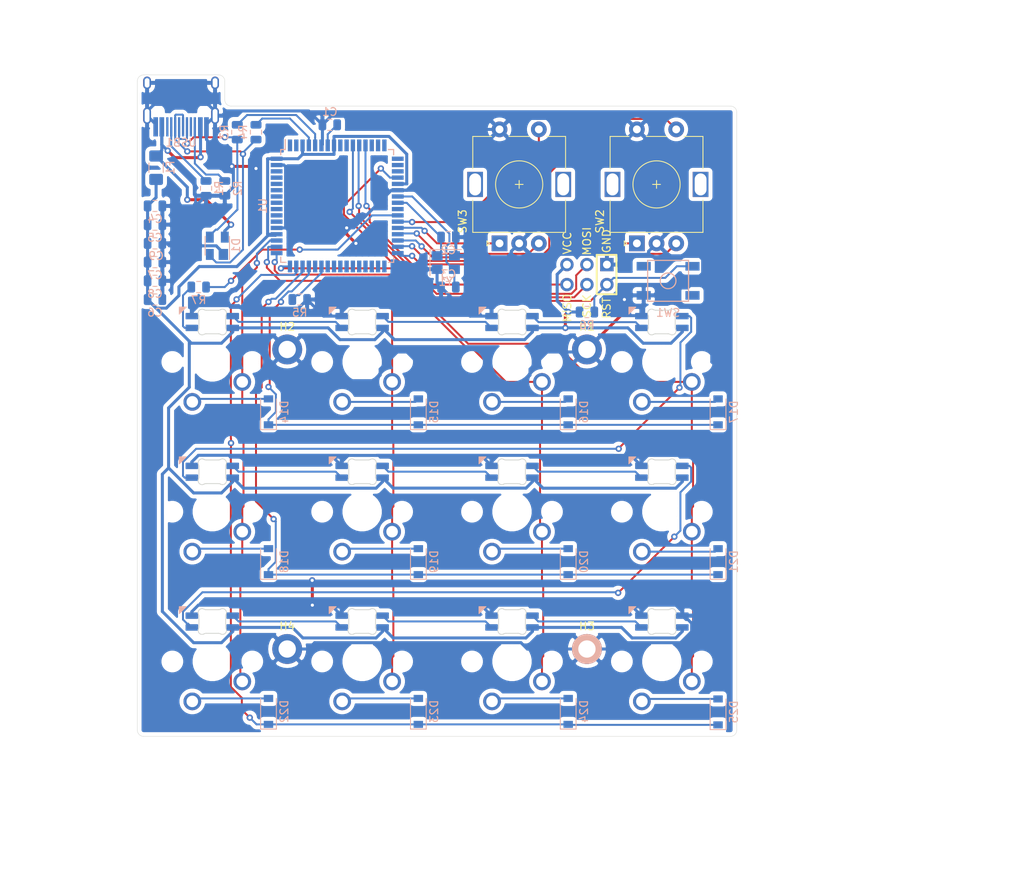
<source format=kicad_pcb>
(kicad_pcb (version 20171130) (host pcbnew "(5.1.4)-1")
  (layers (0 F.Cu signal) (31 B.Cu signal) (34 B.Paste user) (35 F.Paste user) (36 B.SilkS user) (37 F.SilkS user) (38 B.Mask user) (39 F.Mask user) (44 Edge.Cuts user))
  (net 0 "")
  (net 1 "Net-(D1-Pad3)")
  (net 2 "Net-(D1-Pad2)")
  (net 3 VCC)
  (net 4 GND)
  (net 5 +5V)
  (net 6 "Net-(R5-Pad1)")
  (net 7 D+)
  (net 8 D-)
  (net 9 "Net-(R2-Pad2)")
  (net 10 "Net-(R1-Pad2)")
  (net 11 "Net-(C1-Pad1)")
  (net 12 "Net-(C2-Pad1)")
  (net 13 "Net-(C3-Pad1)")
  (net 14 "Net-(D2-Pad4)")
  (net 15 "Net-(D2-Pad2)")
  (net 16 "Net-(D3-Pad2)")
  (net 17 "Net-(D4-Pad2)")
  (net 18 "Net-(D5-Pad2)")
  (net 19 "Net-(D6-Pad2)")
  (net 20 "Net-(D7-Pad2)")
  (net 21 "Net-(D8-Pad2)")
  (net 22 "Net-(D10-Pad4)")
  (net 23 "Net-(D10-Pad2)")
  (net 24 "Net-(D11-Pad2)")
  (net 25 "Net-(D12-Pad2)")
  (net 26 "Net-(D14-Pad2)")
  (net 27 Row3)
  (net 28 "Net-(D15-Pad2)")
  (net 29 "Net-(D16-Pad2)")
  (net 30 "Net-(D17-Pad2)")
  (net 31 "Net-(D18-Pad2)")
  (net 32 Row2)
  (net 33 "Net-(D19-Pad2)")
  (net 34 "Net-(D20-Pad2)")
  (net 35 "Net-(D21-Pad2)")
  (net 36 "Net-(D22-Pad2)")
  (net 37 Row1)
  (net 38 "Net-(D23-Pad2)")
  (net 39 "Net-(D24-Pad2)")
  (net 40 "Net-(D25-Pad2)")
  (net 41 RESET)
  (net 42 MOSI)
  (net 43 SCK)
  (net 44 MISO)
  (net 45 Col1)
  (net 46 Col2)
  (net 47 Col3)
  (net 48 Col4)
  (net 49 LED)
  (net 50 "Net-(SW2-PadA)")
  (net 51 "Net-(SW2-PadB)")
  (net 52 "Net-(SW2-PadS1)")
  (net 53 "Net-(SW3-PadA)")
  (net 54 "Net-(SW3-PadB)")
  (net 55 "Net-(SW3-PadS1)")
  (module MX_Only:MXOnly-1U-NoLED (layer F.Cu) (at 127 92.075 180)
    (fp_text reference MX4)
    (fp_text value MX-NoLED)
    (pad 2 thru_hole circle (at 2.54 -5.08 180) (size 2.25 2.25) (drill 1.47) (layers *.Cu B.Mask) (net 30 "Net-(D17-Pad2)"))
    (pad "" np_thru_hole circle (at 0 0 180) (size 3.9878 3.9878) (drill 3.9878) (layers *.Cu *.Mask))
    (pad 1 thru_hole circle (at -3.81 -2.54 180) (size 2.25 2.25) (drill 1.47) (layers *.Cu B.Mask) (net 48 Col4))
    (pad "" np_thru_hole circle (at -5.08 0 228.0996) (size 1.75 1.75) (drill 1.75) (layers *.Cu *.Mask))
    (pad "" np_thru_hole circle (at 5.08 0 228.0996) (size 1.75 1.75) (drill 1.75) (layers *.Cu *.Mask))
  )
  (module kicad-keyboard-parts:MX_SK6812MINI-E (layer F.Cu) (at 127 92.075 180)
    (fp_text reference D5 hide)
    (fp_text value SK6812MINI-E)
    (fp_arc (start -0.794452 7.079999) (end -0.794452 6.579999) (angle -30.2992623) (layer Edge.Cuts) (width 0.1))
    (fp_arc (start 0.794452 7.079999) (end 1.046711 6.648298) (angle -30.29933433) (layer Edge.Cuts) (width 0.1))
    (fp_arc (start 1.298969 6.216597) (end 1.046711 6.648298) (angle -146.0055121) (layer Edge.Cuts) (width 0.1))
    (fp_arc (start 2.199999 5.782841) (end 1.699999 5.782841) (angle -25.70617777) (layer Edge.Cuts) (width 0.1))
    (fp_arc (start 2.199999 4.377157) (end 1.749484 4.160279) (angle -25.70608136) (layer Edge.Cuts) (width 0.1))
    (fp_arc (start 1.298969 3.943402) (end 1.749484 4.160279) (angle -146.0053097) (layer Edge.Cuts) (width 0.1))
    (fp_arc (start 0.794453 3.08) (end 0.794453 3.58) (angle -30.29922831) (layer Edge.Cuts) (width 0.1))
    (fp_arc (start -0.794452 3.08) (end -1.046711 3.5117) (angle -30.29928212) (layer Edge.Cuts) (width 0.1))
    (fp_arc (start -1.298969 3.943401) (end -1.046711 3.5117) (angle -146.0054017) (layer Edge.Cuts) (width 0.1))
    (fp_arc (start -2.199999 4.377157) (end -1.699999 4.377157) (angle -25.70611954) (layer Edge.Cuts) (width 0.1))
    (fp_arc (start -2.199999 5.782841) (end -1.749484 5.999719) (angle -25.70611205) (layer Edge.Cuts) (width 0.1))
    (fp_arc (start -1.298969 6.216596) (end -1.749484 5.999719) (angle -146.0053744) (layer Edge.Cuts) (width 0.1))
    (fp_line (start -1.699999 5.782841) (end -1.699999 4.377157) (layer Edge.Cuts) (width 0.1))
    (fp_line (start -0.794452 3.58) (end 0.794453 3.58) (layer Edge.Cuts) (width 0.1))
    (fp_line (start 1.699999 4.377157) (end 1.699999 5.782841) (layer Edge.Cuts) (width 0.1))
    (fp_line (start 0.794452 6.579999) (end -0.794452 6.579999) (layer Edge.Cuts) (width 0.1))
    (pad 3 smd roundrect (at 2.6 5.829999 90) (size 0.82 1.6) (layers B.Cu B.Paste B.Mask) (roundrect_rratio 0.1) (net 4 GND))
    (pad 4 smd roundrect (at 2.6 4.329999 90) (size 0.82 1.6) (layers B.Cu B.Paste B.Mask) (roundrect_rratio 0.1) (net 17 "Net-(D4-Pad2)"))
    (pad 2 smd roundrect (at -2.6 5.829999 90) (size 0.82 1.6) (layers B.Cu B.Paste B.Mask) (roundrect_rratio 0.1) (net 18 "Net-(D5-Pad2)"))
    (pad 1 smd roundrect (at -2.6 4.329999 90) (size 0.82 1.6) (layers B.Cu B.Paste B.Mask) (roundrect_rratio 0.1) (net 5 +5V))
  )
  (module MX_Only:MXOnly-1U-NoLED (layer F.Cu) (at 88.9 92.075 180)
    (fp_text reference MX2)
    (fp_text value MX-NoLED)
    (pad 2 thru_hole circle (at 2.54 -5.08 180) (size 2.25 2.25) (drill 1.47) (layers *.Cu B.Mask) (net 28 "Net-(D15-Pad2)"))
    (pad "" np_thru_hole circle (at 0 0 180) (size 3.9878 3.9878) (drill 3.9878) (layers *.Cu *.Mask))
    (pad 1 thru_hole circle (at -3.81 -2.54 180) (size 2.25 2.25) (drill 1.47) (layers *.Cu B.Mask) (net 46 Col2))
    (pad "" np_thru_hole circle (at -5.08 0 228.0996) (size 1.75 1.75) (drill 1.75) (layers *.Cu *.Mask))
    (pad "" np_thru_hole circle (at 5.08 0 228.0996) (size 1.75 1.75) (drill 1.75) (layers *.Cu *.Mask))
  )
  (module kicad-keyboard-parts:MX_SK6812MINI-E (layer F.Cu) (at 69.85 92.075 180)
    (fp_text reference D2 hide)
    (fp_text value SK6812MINI-E)
    (fp_arc (start -0.794452 7.079999) (end -0.794452 6.579999) (angle -30.2992623) (layer Edge.Cuts) (width 0.1))
    (fp_arc (start 0.794452 7.079999) (end 1.046711 6.648298) (angle -30.29933433) (layer Edge.Cuts) (width 0.1))
    (fp_arc (start 1.298969 6.216597) (end 1.046711 6.648298) (angle -146.0055121) (layer Edge.Cuts) (width 0.1))
    (fp_arc (start 2.199999 5.782841) (end 1.699999 5.782841) (angle -25.70617777) (layer Edge.Cuts) (width 0.1))
    (fp_arc (start 2.199999 4.377157) (end 1.749484 4.160279) (angle -25.70608136) (layer Edge.Cuts) (width 0.1))
    (fp_arc (start 1.298969 3.943402) (end 1.749484 4.160279) (angle -146.0053097) (layer Edge.Cuts) (width 0.1))
    (fp_arc (start 0.794453 3.08) (end 0.794453 3.58) (angle -30.29922831) (layer Edge.Cuts) (width 0.1))
    (fp_arc (start -0.794452 3.08) (end -1.046711 3.5117) (angle -30.29928212) (layer Edge.Cuts) (width 0.1))
    (fp_arc (start -1.298969 3.943401) (end -1.046711 3.5117) (angle -146.0054017) (layer Edge.Cuts) (width 0.1))
    (fp_arc (start -2.199999 4.377157) (end -1.699999 4.377157) (angle -25.70611954) (layer Edge.Cuts) (width 0.1))
    (fp_arc (start -2.199999 5.782841) (end -1.749484 5.999719) (angle -25.70611205) (layer Edge.Cuts) (width 0.1))
    (fp_arc (start -1.298969 6.216596) (end -1.749484 5.999719) (angle -146.0053744) (layer Edge.Cuts) (width 0.1))
    (fp_line (start -1.699999 5.782841) (end -1.699999 4.377157) (layer Edge.Cuts) (width 0.1))
    (fp_line (start -0.794452 3.58) (end 0.794453 3.58) (layer Edge.Cuts) (width 0.1))
    (fp_line (start 1.699999 4.377157) (end 1.699999 5.782841) (layer Edge.Cuts) (width 0.1))
    (fp_line (start 0.794452 6.579999) (end -0.794452 6.579999) (layer Edge.Cuts) (width 0.1))
    (pad 3 smd roundrect (at 2.6 5.829999 90) (size 0.82 1.6) (layers B.Cu B.Paste B.Mask) (roundrect_rratio 0.1) (net 4 GND))
    (pad 4 smd roundrect (at 2.6 4.329999 90) (size 0.82 1.6) (layers B.Cu B.Paste B.Mask) (roundrect_rratio 0.1) (net 14 "Net-(D2-Pad4)"))
    (pad 2 smd roundrect (at -2.6 5.829999 90) (size 0.82 1.6) (layers B.Cu B.Paste B.Mask) (roundrect_rratio 0.1) (net 15 "Net-(D2-Pad2)"))
    (pad 1 smd roundrect (at -2.6 4.329999 90) (size 0.82 1.6) (layers B.Cu B.Paste B.Mask) (roundrect_rratio 0.1) (net 5 +5V))
  )
  (module kicad-keyboard-parts:MX_SK6812MINI-E (layer F.Cu) (at 88.9 130.175 180)
    (fp_text reference D11 hide)
    (fp_text value SK6812MINI-E)
    (fp_arc (start -0.794452 7.079999) (end -0.794452 6.579999) (angle -30.2992623) (layer Edge.Cuts) (width 0.1))
    (fp_arc (start 0.794452 7.079999) (end 1.046711 6.648298) (angle -30.29933433) (layer Edge.Cuts) (width 0.1))
    (fp_arc (start 1.298969 6.216597) (end 1.046711 6.648298) (angle -146.0055121) (layer Edge.Cuts) (width 0.1))
    (fp_arc (start 2.199999 5.782841) (end 1.699999 5.782841) (angle -25.70617777) (layer Edge.Cuts) (width 0.1))
    (fp_arc (start 2.199999 4.377157) (end 1.749484 4.160279) (angle -25.70608136) (layer Edge.Cuts) (width 0.1))
    (fp_arc (start 1.298969 3.943402) (end 1.749484 4.160279) (angle -146.0053097) (layer Edge.Cuts) (width 0.1))
    (fp_arc (start 0.794453 3.08) (end 0.794453 3.58) (angle -30.29922831) (layer Edge.Cuts) (width 0.1))
    (fp_arc (start -0.794452 3.08) (end -1.046711 3.5117) (angle -30.29928212) (layer Edge.Cuts) (width 0.1))
    (fp_arc (start -1.298969 3.943401) (end -1.046711 3.5117) (angle -146.0054017) (layer Edge.Cuts) (width 0.1))
    (fp_arc (start -2.199999 4.377157) (end -1.699999 4.377157) (angle -25.70611954) (layer Edge.Cuts) (width 0.1))
    (fp_arc (start -2.199999 5.782841) (end -1.749484 5.999719) (angle -25.70611205) (layer Edge.Cuts) (width 0.1))
    (fp_arc (start -1.298969 6.216596) (end -1.749484 5.999719) (angle -146.0053744) (layer Edge.Cuts) (width 0.1))
    (fp_line (start -1.699999 5.782841) (end -1.699999 4.377157) (layer Edge.Cuts) (width 0.1))
    (fp_line (start -0.794452 3.58) (end 0.794453 3.58) (layer Edge.Cuts) (width 0.1))
    (fp_line (start 1.699999 4.377157) (end 1.699999 5.782841) (layer Edge.Cuts) (width 0.1))
    (fp_line (start 0.794452 6.579999) (end -0.794452 6.579999) (layer Edge.Cuts) (width 0.1))
    (pad 3 smd roundrect (at 2.6 5.829999 90) (size 0.82 1.6) (layers B.Cu B.Paste B.Mask) (roundrect_rratio 0.1) (net 4 GND))
    (pad 4 smd roundrect (at 2.6 4.329999 90) (size 0.82 1.6) (layers B.Cu B.Paste B.Mask) (roundrect_rratio 0.1) (net 23 "Net-(D10-Pad2)"))
    (pad 2 smd roundrect (at -2.6 5.829999 90) (size 0.82 1.6) (layers B.Cu B.Paste B.Mask) (roundrect_rratio 0.1) (net 24 "Net-(D11-Pad2)"))
    (pad 1 smd roundrect (at -2.6 4.329999 90) (size 0.82 1.6) (layers B.Cu B.Paste B.Mask) (roundrect_rratio 0.1) (net 5 +5V))
  )
  (module kicad-keyboard-parts:MX_SK6812MINI-E (layer F.Cu) (at 88.9 111.125 180)
    (fp_text reference D7 hide)
    (fp_text value SK6812MINI-E)
    (fp_arc (start -0.794452 7.079999) (end -0.794452 6.579999) (angle -30.2992623) (layer Edge.Cuts) (width 0.1))
    (fp_arc (start 0.794452 7.079999) (end 1.046711 6.648298) (angle -30.29933433) (layer Edge.Cuts) (width 0.1))
    (fp_arc (start 1.298969 6.216597) (end 1.046711 6.648298) (angle -146.0055121) (layer Edge.Cuts) (width 0.1))
    (fp_arc (start 2.199999 5.782841) (end 1.699999 5.782841) (angle -25.70617777) (layer Edge.Cuts) (width 0.1))
    (fp_arc (start 2.199999 4.377157) (end 1.749484 4.160279) (angle -25.70608136) (layer Edge.Cuts) (width 0.1))
    (fp_arc (start 1.298969 3.943402) (end 1.749484 4.160279) (angle -146.0053097) (layer Edge.Cuts) (width 0.1))
    (fp_arc (start 0.794453 3.08) (end 0.794453 3.58) (angle -30.29922831) (layer Edge.Cuts) (width 0.1))
    (fp_arc (start -0.794452 3.08) (end -1.046711 3.5117) (angle -30.29928212) (layer Edge.Cuts) (width 0.1))
    (fp_arc (start -1.298969 3.943401) (end -1.046711 3.5117) (angle -146.0054017) (layer Edge.Cuts) (width 0.1))
    (fp_arc (start -2.199999 4.377157) (end -1.699999 4.377157) (angle -25.70611954) (layer Edge.Cuts) (width 0.1))
    (fp_arc (start -2.199999 5.782841) (end -1.749484 5.999719) (angle -25.70611205) (layer Edge.Cuts) (width 0.1))
    (fp_arc (start -1.298969 6.216596) (end -1.749484 5.999719) (angle -146.0053744) (layer Edge.Cuts) (width 0.1))
    (fp_line (start -1.699999 5.782841) (end -1.699999 4.377157) (layer Edge.Cuts) (width 0.1))
    (fp_line (start -0.794452 3.58) (end 0.794453 3.58) (layer Edge.Cuts) (width 0.1))
    (fp_line (start 1.699999 4.377157) (end 1.699999 5.782841) (layer Edge.Cuts) (width 0.1))
    (fp_line (start 0.794452 6.579999) (end -0.794452 6.579999) (layer Edge.Cuts) (width 0.1))
    (pad 3 smd roundrect (at 2.6 5.829999 90) (size 0.82 1.6) (layers B.Cu B.Paste B.Mask) (roundrect_rratio 0.1) (net 4 GND))
    (pad 4 smd roundrect (at 2.6 4.329999 90) (size 0.82 1.6) (layers B.Cu B.Paste B.Mask) (roundrect_rratio 0.1) (net 19 "Net-(D6-Pad2)"))
    (pad 2 smd roundrect (at -2.6 5.829999 90) (size 0.82 1.6) (layers B.Cu B.Paste B.Mask) (roundrect_rratio 0.1) (net 20 "Net-(D7-Pad2)"))
    (pad 1 smd roundrect (at -2.6 4.329999 90) (size 0.82 1.6) (layers B.Cu B.Paste B.Mask) (roundrect_rratio 0.1) (net 5 +5V))
  )
  (module Capacitor_SMD:C_0805_2012Metric (layer B.Cu) (at 62.5625 84.1375)
    (fp_text reference C6 (at 0 1.65) (layer B.SilkS) (effects (justify mirror)))
    (fp_text value 0.1uF)
    (pad 2 smd roundrect (at 0.9375 0) (size 0.975 1.4) (layers B.Cu B.Paste B.Mask) (net 4 GND))
    (pad 1 smd roundrect (at -0.9375 0) (size 0.975 1.4) (layers B.Cu B.Paste B.Mask) (net 5 +5V))
  )
  (module kicad-keyboard-parts:MX_SK6812MINI-E (layer F.Cu) (at 88.9 92.075 180)
    (fp_text reference D3 hide)
    (fp_text value SK6812MINI-E)
    (fp_arc (start -0.794452 7.079999) (end -0.794452 6.579999) (angle -30.2992623) (layer Edge.Cuts) (width 0.1))
    (fp_arc (start 0.794452 7.079999) (end 1.046711 6.648298) (angle -30.29933433) (layer Edge.Cuts) (width 0.1))
    (fp_arc (start 1.298969 6.216597) (end 1.046711 6.648298) (angle -146.0055121) (layer Edge.Cuts) (width 0.1))
    (fp_arc (start 2.199999 5.782841) (end 1.699999 5.782841) (angle -25.70617777) (layer Edge.Cuts) (width 0.1))
    (fp_arc (start 2.199999 4.377157) (end 1.749484 4.160279) (angle -25.70608136) (layer Edge.Cuts) (width 0.1))
    (fp_arc (start 1.298969 3.943402) (end 1.749484 4.160279) (angle -146.0053097) (layer Edge.Cuts) (width 0.1))
    (fp_arc (start 0.794453 3.08) (end 0.794453 3.58) (angle -30.29922831) (layer Edge.Cuts) (width 0.1))
    (fp_arc (start -0.794452 3.08) (end -1.046711 3.5117) (angle -30.29928212) (layer Edge.Cuts) (width 0.1))
    (fp_arc (start -1.298969 3.943401) (end -1.046711 3.5117) (angle -146.0054017) (layer Edge.Cuts) (width 0.1))
    (fp_arc (start -2.199999 4.377157) (end -1.699999 4.377157) (angle -25.70611954) (layer Edge.Cuts) (width 0.1))
    (fp_arc (start -2.199999 5.782841) (end -1.749484 5.999719) (angle -25.70611205) (layer Edge.Cuts) (width 0.1))
    (fp_arc (start -1.298969 6.216596) (end -1.749484 5.999719) (angle -146.0053744) (layer Edge.Cuts) (width 0.1))
    (fp_line (start -1.699999 5.782841) (end -1.699999 4.377157) (layer Edge.Cuts) (width 0.1))
    (fp_line (start -0.794452 3.58) (end 0.794453 3.58) (layer Edge.Cuts) (width 0.1))
    (fp_line (start 1.699999 4.377157) (end 1.699999 5.782841) (layer Edge.Cuts) (width 0.1))
    (fp_line (start 0.794452 6.579999) (end -0.794452 6.579999) (layer Edge.Cuts) (width 0.1))
    (pad 3 smd roundrect (at 2.6 5.829999 90) (size 0.82 1.6) (layers B.Cu B.Paste B.Mask) (roundrect_rratio 0.1) (net 4 GND))
    (pad 4 smd roundrect (at 2.6 4.329999 90) (size 0.82 1.6) (layers B.Cu B.Paste B.Mask) (roundrect_rratio 0.1) (net 15 "Net-(D2-Pad2)"))
    (pad 2 smd roundrect (at -2.6 5.829999 90) (size 0.82 1.6) (layers B.Cu B.Paste B.Mask) (roundrect_rratio 0.1) (net 16 "Net-(D3-Pad2)"))
    (pad 1 smd roundrect (at -2.6 4.329999 90) (size 0.82 1.6) (layers B.Cu B.Paste B.Mask) (roundrect_rratio 0.1) (net 5 +5V))
  )
  (module Package_QFP:TQFP-64_14x14mm_P0.8mm (layer B.Cu) (at 85.725 72.23125 270)
    (fp_text reference U1 (at 0 9.45 270) (layer B.SilkS) (effects (justify mirror)))
    (fp_text value AT90USB1286-AU)
    (pad 64 smd rect (at -6 7.7 180) (size 1.5 0.55) (layers B.Cu B.Paste B.Mask) (net 5 +5V))
    (pad 63 smd rect (at -5.2 7.7 180) (size 1.5 0.55) (layers B.Cu B.Paste B.Mask) (net 4 GND))
    (pad 62 smd rect (at -4.4 7.7 180) (size 1.5 0.55) (layers B.Cu B.Paste B.Mask))
    (pad 61 smd rect (at -3.6 7.7 180) (size 1.5 0.55) (layers B.Cu B.Paste B.Mask))
    (pad 60 smd rect (at -2.8 7.7 180) (size 1.5 0.55) (layers B.Cu B.Paste B.Mask))
    (pad 59 smd rect (at -2 7.7 180) (size 1.5 0.55) (layers B.Cu B.Paste B.Mask))
    (pad 58 smd rect (at -1.2 7.7 180) (size 1.5 0.55) (layers B.Cu B.Paste B.Mask))
    (pad 57 smd rect (at -0.4 7.7 180) (size 1.5 0.55) (layers B.Cu B.Paste B.Mask))
    (pad 56 smd rect (at 0.4 7.7 180) (size 1.5 0.55) (layers B.Cu B.Paste B.Mask))
    (pad 55 smd rect (at 1.2 7.7 180) (size 1.5 0.55) (layers B.Cu B.Paste B.Mask))
    (pad 54 smd rect (at 2 7.7 180) (size 1.5 0.55) (layers B.Cu B.Paste B.Mask))
    (pad 53 smd rect (at 2.8 7.7 180) (size 1.5 0.55) (layers B.Cu B.Paste B.Mask) (net 4 GND))
    (pad 52 smd rect (at 3.6 7.7 180) (size 1.5 0.55) (layers B.Cu B.Paste B.Mask) (net 5 +5V))
    (pad 51 smd rect (at 4.4 7.7 180) (size 1.5 0.55) (layers B.Cu B.Paste B.Mask) (net 45 Col1))
    (pad 50 smd rect (at 5.2 7.7 180) (size 1.5 0.55) (layers B.Cu B.Paste B.Mask) (net 46 Col2))
    (pad 49 smd rect (at 6 7.7 180) (size 1.5 0.55) (layers B.Cu B.Paste B.Mask) (net 47 Col3))
    (pad 48 smd rect (at 7.7 6 270) (size 1.5 0.55) (layers B.Cu B.Paste B.Mask) (net 48 Col4))
    (pad 47 smd rect (at 7.7 5.2 270) (size 1.5 0.55) (layers B.Cu B.Paste B.Mask) (net 37 Row1))
    (pad 46 smd rect (at 7.7 4.4 270) (size 1.5 0.55) (layers B.Cu B.Paste B.Mask) (net 32 Row2))
    (pad 45 smd rect (at 7.7 3.6 270) (size 1.5 0.55) (layers B.Cu B.Paste B.Mask) (net 27 Row3))
    (pad 44 smd rect (at 7.7 2.8 270) (size 1.5 0.55) (layers B.Cu B.Paste B.Mask))
    (pad 43 smd rect (at 7.7 2 270) (size 1.5 0.55) (layers B.Cu B.Paste B.Mask) (net 6 "Net-(R5-Pad1)"))
    (pad 42 smd rect (at 7.7 1.2 270) (size 1.5 0.55) (layers B.Cu B.Paste B.Mask))
    (pad 41 smd rect (at 7.7 0.4 270) (size 1.5 0.55) (layers B.Cu B.Paste B.Mask))
    (pad 40 smd rect (at 7.7 -0.4 270) (size 1.5 0.55) (layers B.Cu B.Paste B.Mask))
    (pad 39 smd rect (at 7.7 -1.2 270) (size 1.5 0.55) (layers B.Cu B.Paste B.Mask))
    (pad 38 smd rect (at 7.7 -2 270) (size 1.5 0.55) (layers B.Cu B.Paste B.Mask))
    (pad 37 smd rect (at 7.7 -2.8 270) (size 1.5 0.55) (layers B.Cu B.Paste B.Mask))
    (pad 36 smd rect (at 7.7 -3.6 270) (size 1.5 0.55) (layers B.Cu B.Paste B.Mask))
    (pad 35 smd rect (at 7.7 -4.4 270) (size 1.5 0.55) (layers B.Cu B.Paste B.Mask))
    (pad 34 smd rect (at 7.7 -5.2 270) (size 1.5 0.55) (layers B.Cu B.Paste B.Mask))
    (pad 33 smd rect (at 7.7 -6 270) (size 1.5 0.55) (layers B.Cu B.Paste B.Mask))
    (pad 32 smd rect (at 6 -7.7 180) (size 1.5 0.55) (layers B.Cu B.Paste B.Mask) (net 51 "Net-(SW2-PadB)"))
    (pad 31 smd rect (at 5.2 -7.7 180) (size 1.5 0.55) (layers B.Cu B.Paste B.Mask) (net 50 "Net-(SW2-PadA)"))
    (pad 30 smd rect (at 4.4 -7.7 180) (size 1.5 0.55) (layers B.Cu B.Paste B.Mask) (net 52 "Net-(SW2-PadS1)"))
    (pad 29 smd rect (at 3.6 -7.7 180) (size 1.5 0.55) (layers B.Cu B.Paste B.Mask) (net 54 "Net-(SW3-PadB)"))
    (pad 28 smd rect (at 2.8 -7.7 180) (size 1.5 0.55) (layers B.Cu B.Paste B.Mask) (net 53 "Net-(SW3-PadA)"))
    (pad 27 smd rect (at 2 -7.7 180) (size 1.5 0.55) (layers B.Cu B.Paste B.Mask) (net 55 "Net-(SW3-PadS1)"))
    (pad 26 smd rect (at 1.2 -7.7 180) (size 1.5 0.55) (layers B.Cu B.Paste B.Mask) (net 49 LED))
    (pad 25 smd rect (at 0.4 -7.7 180) (size 1.5 0.55) (layers B.Cu B.Paste B.Mask))
    (pad 24 smd rect (at -0.4 -7.7 180) (size 1.5 0.55) (layers B.Cu B.Paste B.Mask) (net 12 "Net-(C2-Pad1)"))
    (pad 23 smd rect (at -1.2 -7.7 180) (size 1.5 0.55) (layers B.Cu B.Paste B.Mask) (net 13 "Net-(C3-Pad1)"))
    (pad 22 smd rect (at -2 -7.7 180) (size 1.5 0.55) (layers B.Cu B.Paste B.Mask) (net 4 GND))
    (pad 21 smd rect (at -2.8 -7.7 180) (size 1.5 0.55) (layers B.Cu B.Paste B.Mask) (net 5 +5V))
    (pad 20 smd rect (at -3.6 -7.7 180) (size 1.5 0.55) (layers B.Cu B.Paste B.Mask) (net 41 RESET))
    (pad 19 smd rect (at -4.4 -7.7 180) (size 1.5 0.55) (layers B.Cu B.Paste B.Mask))
    (pad 18 smd rect (at -5.2 -7.7 180) (size 1.5 0.55) (layers B.Cu B.Paste B.Mask))
    (pad 17 smd rect (at -6 -7.7 180) (size 1.5 0.55) (layers B.Cu B.Paste B.Mask))
    (pad 16 smd rect (at -7.7 -6 270) (size 1.5 0.55) (layers B.Cu B.Paste B.Mask))
    (pad 15 smd rect (at -7.7 -5.2 270) (size 1.5 0.55) (layers B.Cu B.Paste B.Mask))
    (pad 14 smd rect (at -7.7 -4.4 270) (size 1.5 0.55) (layers B.Cu B.Paste B.Mask))
    (pad 13 smd rect (at -7.7 -3.6 270) (size 1.5 0.55) (layers B.Cu B.Paste B.Mask) (net 44 MISO))
    (pad 12 smd rect (at -7.7 -2.8 270) (size 1.5 0.55) (layers B.Cu B.Paste B.Mask) (net 42 MOSI))
    (pad 11 smd rect (at -7.7 -2 270) (size 1.5 0.55) (layers B.Cu B.Paste B.Mask) (net 43 SCK))
    (pad 10 smd rect (at -7.7 -1.2 270) (size 1.5 0.55) (layers B.Cu B.Paste B.Mask))
    (pad 9 smd rect (at -7.7 -0.4 270) (size 1.5 0.55) (layers B.Cu B.Paste B.Mask))
    (pad 8 smd rect (at -7.7 0.4 270) (size 1.5 0.55) (layers B.Cu B.Paste B.Mask) (net 5 +5V))
    (pad 7 smd rect (at -7.7 1.2 270) (size 1.5 0.55) (layers B.Cu B.Paste B.Mask) (net 11 "Net-(C1-Pad1)"))
    (pad 6 smd rect (at -7.7 2 270) (size 1.5 0.55) (layers B.Cu B.Paste B.Mask) (net 4 GND))
    (pad 5 smd rect (at -7.7 2.8 270) (size 1.5 0.55) (layers B.Cu B.Paste B.Mask) (net 7 D+))
    (pad 4 smd rect (at -7.7 3.6 270) (size 1.5 0.55) (layers B.Cu B.Paste B.Mask) (net 8 D-))
    (pad 3 smd rect (at -7.7 4.4 270) (size 1.5 0.55) (layers B.Cu B.Paste B.Mask) (net 5 +5V))
    (pad 2 smd rect (at -7.7 5.2 270) (size 1.5 0.55) (layers B.Cu B.Paste B.Mask))
    (pad 1 smd rect (at -7.7 6 270) (size 1.5 0.55) (layers B.Cu B.Paste B.Mask))
  )
  (module MountingHole:MountingHole_2.2mm_M2_DIN965_Pad (layer F.Cu) (at 79.375 128.5875)
    (fp_text reference H4 (at 0 -2.9) (layer F.SilkS))
    (fp_text value MountingHole)
    (pad 1 thru_hole circle (at 0 0) (size 3.8 3.8) (drill 2.2) (layers *.Cu *.Mask) (net 4 GND))
  )
  (module MountingHole:MountingHole_2.2mm_M2_DIN965_Pad (layer F.Cu) (at 117.475 128.5875)
    (fp_text reference H3 (at 0 -2.9) (layer F.SilkS))
    (fp_text value MountingHole)
    (pad 1 thru_hole circle (at 0 0) (size 3.8 3.8) (drill 2.2) (layers *.Cu *.Mask B.SilkS) (net 4 GND))
  )
  (module MountingHole:MountingHole_2.2mm_M2_DIN965_Pad (layer F.Cu) (at 79.375 90.4875)
    (fp_text reference H2 (at 0 -2.9) (layer F.SilkS))
    (fp_text value MountingHole)
    (pad 1 thru_hole circle (at 0 0) (size 3.8 3.8) (drill 2.2) (layers *.Cu *.Mask) (net 4 GND))
  )
  (module MountingHole:MountingHole_2.2mm_M2_DIN965_Pad (layer F.Cu) (at 117.475 90.4875)
    (fp_text reference H1 (at 0 -2.9) (layer F.SilkS))
    (fp_text value MountingHole)
    (pad 1 thru_hole circle (at 0 0) (size 3.8 3.8) (drill 2.2) (layers *.Cu *.Mask) (net 4 GND))
  )
  (module Crystal:Crystal_SMD_3225-4Pin_3.2x2.5mm (layer B.Cu) (at 99.525 79.43125)
    (fp_text reference Y1 (at 0 2.45) (layer B.SilkS) (effects (justify mirror)))
    (fp_text value 16MHz)
    (pad 4 smd rect (at -1.1 0.85) (size 1.4 1.2) (layers B.Cu B.Paste B.Mask) (net 4 GND))
    (pad 3 smd rect (at 1.1 0.85) (size 1.4 1.2) (layers B.Cu B.Paste B.Mask) (net 13 "Net-(C3-Pad1)"))
    (pad 2 smd rect (at 1.1 -0.85) (size 1.4 1.2) (layers B.Cu B.Paste B.Mask) (net 4 GND))
    (pad 1 smd rect (at -1.1 -0.85) (size 1.4 1.2) (layers B.Cu B.Paste B.Mask) (net 12 "Net-(C2-Pad1)"))
  )
  (module Type-C:HRO-TYPE-C-31-M-12-HandSoldering (layer B.Cu) (at 65.88125 53.975)
    (fp_text reference USB1 (at 0 10.2) (layer B.SilkS) (effects (justify mirror)))
    (fp_text value HRO-TYPE-C-31-M-12)
    (pad 12 smd rect (at 3.225 8.195) (size 0.6 2.45) (layers B.Cu B.Paste B.Mask) (net 4 GND))
    (pad 1 smd rect (at -3.225 8.195) (size 0.6 2.45) (layers B.Cu B.Paste B.Mask) (net 4 GND))
    (pad 11 smd rect (at 2.45 8.195) (size 0.6 2.45) (layers B.Cu B.Paste B.Mask) (net 3 VCC))
    (pad 2 smd rect (at -2.45 8.195) (size 0.6 2.45) (layers B.Cu B.Paste B.Mask) (net 3 VCC))
    (pad 3 smd rect (at -1.75 8.195) (size 0.3 2.45) (layers B.Cu B.Paste B.Mask))
    (pad 10 smd rect (at 1.75 8.195) (size 0.3 2.45) (layers B.Cu B.Paste B.Mask) (net 9 "Net-(R2-Pad2)"))
    (pad 4 smd rect (at -1.25 8.195) (size 0.3 2.45) (layers B.Cu B.Paste B.Mask) (net 10 "Net-(R1-Pad2)"))
    (pad 9 smd rect (at 1.25 8.195) (size 0.3 2.45) (layers B.Cu B.Paste B.Mask))
    (pad 5 smd rect (at -0.75 8.195) (size 0.3 2.45) (layers B.Cu B.Paste B.Mask) (net 2 "Net-(D1-Pad2)"))
    (pad 8 smd rect (at 0.75 8.195) (size 0.3 2.45) (layers B.Cu B.Paste B.Mask) (net 1 "Net-(D1-Pad3)"))
    (pad 7 smd rect (at 0.25 8.195) (size 0.3 2.45) (layers B.Cu B.Paste B.Mask) (net 2 "Net-(D1-Pad2)"))
    (pad 6 smd rect (at -0.25 8.195) (size 0.3 2.45) (layers B.Cu B.Paste B.Mask) (net 1 "Net-(D1-Pad3)"))
    (pad "" np_thru_hole circle (at 2.89 6.25) (size 0.65 0.65) (drill 0.65) (layers *.Cu *.Mask))
    (pad "" np_thru_hole circle (at -2.89 6.25) (size 0.65 0.65) (drill 0.65) (layers *.Cu *.Mask))
    (pad 13 thru_hole oval (at -4.32 6.78) (size 1 2.1) (drill oval 0.6 1.7) (layers *.Cu F.Mask) (net 4 GND))
    (pad 13 thru_hole oval (at 4.32 6.78) (size 1 2.1) (drill oval 0.6 1.7) (layers *.Cu F.Mask) (net 4 GND))
    (pad 13 thru_hole oval (at -4.32 2.6) (size 1 1.6) (drill oval 0.6 1.2) (layers *.Cu F.Mask) (net 4 GND))
    (pad 13 thru_hole oval (at 4.32 2.6) (size 1 1.6) (drill oval 0.6 1.2) (layers *.Cu F.Mask) (net 4 GND))
  )
  (module Rotary_Encoder:RotaryEncoder_Alps_EC11E-Switch_Vertical_H20mm (layer F.Cu) (at 106.3625 76.99375 90)
    (fp_text reference SW3 (at 2.8 -4.7 90) (layer F.SilkS))
    (fp_text value Rotary_Encoder_Switch)
    (pad A thru_hole rect (at 0 0 90) (size 2 2) (drill 1) (layers *.Cu *.Mask) (net 53 "Net-(SW3-PadA)"))
    (pad C thru_hole circle (at 0 2.5 90) (size 2 2) (drill 1) (layers *.Cu *.Mask) (net 4 GND))
    (pad B thru_hole circle (at 0 5 90) (size 2 2) (drill 1) (layers *.Cu *.Mask) (net 54 "Net-(SW3-PadB)"))
    (pad MP thru_hole rect (at 7.5 -3.1 90) (size 3.2 2) (drill oval 2.8 1.5) (layers *.Cu *.Mask))
    (pad MP thru_hole rect (at 7.5 8.1 90) (size 3.2 2) (drill oval 2.8 1.5) (layers *.Cu *.Mask))
    (pad S2 thru_hole circle (at 14.5 0 90) (size 2 2) (drill 1) (layers *.Cu *.Mask) (net 4 GND))
    (pad S1 thru_hole circle (at 14.5 5 90) (size 2 2) (drill 1) (layers *.Cu *.Mask) (net 55 "Net-(SW3-PadS1)"))
  )
  (module Rotary_Encoder:RotaryEncoder_Alps_EC11E-Switch_Vertical_H20mm (layer F.Cu) (at 123.825 76.99375 90)
    (fp_text reference SW2 (at 2.8 -4.7 90) (layer F.SilkS))
    (fp_text value Rotary_Encoder_Switch)
    (pad A thru_hole rect (at 0 0 90) (size 2 2) (drill 1) (layers *.Cu *.Mask) (net 50 "Net-(SW2-PadA)"))
    (pad C thru_hole circle (at 0 2.5 90) (size 2 2) (drill 1) (layers *.Cu *.Mask) (net 4 GND))
    (pad B thru_hole circle (at 0 5 90) (size 2 2) (drill 1) (layers *.Cu *.Mask) (net 51 "Net-(SW2-PadB)"))
    (pad MP thru_hole rect (at 7.5 -3.1 90) (size 3.2 2) (drill oval 2.8 1.5) (layers *.Cu *.Mask))
    (pad MP thru_hole rect (at 7.5 8.1 90) (size 3.2 2) (drill oval 2.8 1.5) (layers *.Cu *.Mask))
    (pad S2 thru_hole circle (at 14.5 0 90) (size 2 2) (drill 1) (layers *.Cu *.Mask) (net 4 GND))
    (pad S1 thru_hole circle (at 14.5 5 90) (size 2 2) (drill 1) (layers *.Cu *.Mask) (net 52 "Net-(SW2-PadS1)"))
  )
  (module random-keyboard-parts:SKQG-1155865 (layer B.Cu) (at 127.79375 81.75625 180)
    (fp_text reference SW1 (at 0 -4.064) (layer B.SilkS) (effects (justify mirror)))
    (fp_text value SW_Push)
    (pad 4 smd rect (at -3.1 -1.85 180) (size 1.8 1.1) (layers B.Cu B.Paste B.Mask))
    (pad 3 smd rect (at 3.1 1.85 180) (size 1.8 1.1) (layers B.Cu B.Paste B.Mask))
    (pad 2 smd rect (at -3.1 1.85 180) (size 1.8 1.1) (layers B.Cu B.Paste B.Mask) (net 41 RESET))
    (pad 1 smd rect (at 3.1 -1.85 180) (size 1.8 1.1) (layers B.Cu B.Paste B.Mask) (net 4 GND))
  )
  (module Resistor_SMD:R_0805_2012Metric (layer B.Cu) (at 68.11875 82.55)
    (fp_text reference R7 (at 0 1.65) (layer B.SilkS) (effects (justify mirror)))
    (fp_text value 499)
    (pad 2 smd roundrect (at 0.9375 0) (size 0.975 1.4) (layers B.Cu B.Paste B.Mask) (net 49 LED))
    (pad 1 smd roundrect (at -0.9375 0) (size 0.975 1.4) (layers B.Cu B.Paste B.Mask) (net 14 "Net-(D2-Pad4)"))
  )
  (module Resistor_SMD:R_0805_2012Metric (layer B.Cu) (at 117.475 85.725)
    (fp_text reference R6 (at 0 1.65) (layer B.SilkS) (effects (justify mirror)))
    (fp_text value 10k)
    (pad 2 smd roundrect (at 0.9375 0) (size 0.975 1.4) (layers B.Cu B.Paste B.Mask) (net 41 RESET))
    (pad 1 smd roundrect (at -0.9375 0) (size 0.975 1.4) (layers B.Cu B.Paste B.Mask) (net 5 +5V))
  )
  (module Resistor_SMD:R_0805_2012Metric (layer B.Cu) (at 80.9625 84.1375)
    (fp_text reference R5 (at 0 1.65) (layer B.SilkS) (effects (justify mirror)))
    (fp_text value 1k)
    (pad 2 smd roundrect (at 0.9375 0) (size 0.975 1.4) (layers B.Cu B.Paste B.Mask) (net 4 GND))
    (pad 1 smd roundrect (at -0.9375 0) (size 0.975 1.4) (layers B.Cu B.Paste B.Mask) (net 6 "Net-(R5-Pad1)"))
  )
  (module Resistor_SMD:R_0805_2012Metric (layer B.Cu) (at 75.40625 62.85 270)
    (fp_text reference R4 (at 0 1.65 90) (layer B.SilkS) (effects (justify mirror)))
    (fp_text value 22)
    (pad 2 smd roundrect (at 0.9375 0 270) (size 0.975 1.4) (layers B.Cu B.Paste B.Mask) (net 2 "Net-(D1-Pad2)"))
    (pad 1 smd roundrect (at -0.9375 0 270) (size 0.975 1.4) (layers B.Cu B.Paste B.Mask) (net 8 D-))
  )
  (module Resistor_SMD:R_0805_2012Metric (layer B.Cu) (at 73.025 62.85 270)
    (fp_text reference R3 (at 0 1.65 90) (layer B.SilkS) (effects (justify mirror)))
    (fp_text value 22)
    (pad 2 smd roundrect (at 0.9375 0 270) (size 0.975 1.4) (layers B.Cu B.Paste B.Mask) (net 1 "Net-(D1-Pad3)"))
    (pad 1 smd roundrect (at -0.9375 0 270) (size 0.975 1.4) (layers B.Cu B.Paste B.Mask) (net 7 D+))
  )
  (module Resistor_SMD:R_0805_2012Metric (layer B.Cu) (at 71.4375 69.99375 90)
    (fp_text reference R2 (at 0 1.65 90) (layer B.SilkS) (effects (justify mirror)))
    (fp_text value 5.1k)
    (pad 2 smd roundrect (at 0.9375 0 90) (size 0.975 1.4) (layers B.Cu B.Paste B.Mask) (net 9 "Net-(R2-Pad2)"))
    (pad 1 smd roundrect (at -0.9375 0 90) (size 0.975 1.4) (layers B.Cu B.Paste B.Mask) (net 4 GND))
  )
  (module Resistor_SMD:R_0805_2012Metric (layer B.Cu) (at 69.05625 69.99375 90)
    (fp_text reference R1 (at 0 1.65 90) (layer B.SilkS) (effects (justify mirror)))
    (fp_text value 5.1k)
    (pad 2 smd roundrect (at 0.9375 0 90) (size 0.975 1.4) (layers B.Cu B.Paste B.Mask) (net 10 "Net-(R1-Pad2)"))
    (pad 1 smd roundrect (at -0.9375 0 90) (size 0.975 1.4) (layers B.Cu B.Paste B.Mask) (net 4 GND))
  )
  (module MX_Only:MXOnly-1U-NoLED (layer F.Cu) (at 127 130.175 180)
    (fp_text reference MX12)
    (fp_text value MX-NoLED)
    (pad 2 thru_hole circle (at 2.54 -5.08 180) (size 2.25 2.25) (drill 1.47) (layers *.Cu B.Mask) (net 40 "Net-(D25-Pad2)"))
    (pad "" np_thru_hole circle (at 0 0 180) (size 3.9878 3.9878) (drill 3.9878) (layers *.Cu *.Mask))
    (pad 1 thru_hole circle (at -3.81 -2.54 180) (size 2.25 2.25) (drill 1.47) (layers *.Cu B.Mask) (net 48 Col4))
    (pad "" np_thru_hole circle (at -5.08 0 228.0996) (size 1.75 1.75) (drill 1.75) (layers *.Cu *.Mask))
    (pad "" np_thru_hole circle (at 5.08 0 228.0996) (size 1.75 1.75) (drill 1.75) (layers *.Cu *.Mask))
  )
  (module MX_Only:MXOnly-1U-NoLED (layer F.Cu) (at 107.95 130.175 180)
    (fp_text reference MX11)
    (fp_text value MX-NoLED)
    (pad 2 thru_hole circle (at 2.54 -5.08 180) (size 2.25 2.25) (drill 1.47) (layers *.Cu B.Mask) (net 39 "Net-(D24-Pad2)"))
    (pad "" np_thru_hole circle (at 0 0 180) (size 3.9878 3.9878) (drill 3.9878) (layers *.Cu *.Mask))
    (pad 1 thru_hole circle (at -3.81 -2.54 180) (size 2.25 2.25) (drill 1.47) (layers *.Cu B.Mask) (net 47 Col3))
    (pad "" np_thru_hole circle (at -5.08 0 228.0996) (size 1.75 1.75) (drill 1.75) (layers *.Cu *.Mask))
    (pad "" np_thru_hole circle (at 5.08 0 228.0996) (size 1.75 1.75) (drill 1.75) (layers *.Cu *.Mask))
  )
  (module MX_Only:MXOnly-1U-NoLED (layer F.Cu) (at 88.9 130.175 180)
    (fp_text reference MX10)
    (fp_text value MX-NoLED)
    (pad 2 thru_hole circle (at 2.54 -5.08 180) (size 2.25 2.25) (drill 1.47) (layers *.Cu B.Mask) (net 38 "Net-(D23-Pad2)"))
    (pad "" np_thru_hole circle (at 0 0 180) (size 3.9878 3.9878) (drill 3.9878) (layers *.Cu *.Mask))
    (pad 1 thru_hole circle (at -3.81 -2.54 180) (size 2.25 2.25) (drill 1.47) (layers *.Cu B.Mask) (net 46 Col2))
    (pad "" np_thru_hole circle (at -5.08 0 228.0996) (size 1.75 1.75) (drill 1.75) (layers *.Cu *.Mask))
    (pad "" np_thru_hole circle (at 5.08 0 228.0996) (size 1.75 1.75) (drill 1.75) (layers *.Cu *.Mask))
  )
  (module MX_Only:MXOnly-1U-NoLED (layer F.Cu) (at 69.85 130.175 180)
    (fp_text reference MX9)
    (fp_text value MX-NoLED)
    (pad 2 thru_hole circle (at 2.54 -5.08 180) (size 2.25 2.25) (drill 1.47) (layers *.Cu B.Mask) (net 36 "Net-(D22-Pad2)"))
    (pad "" np_thru_hole circle (at 0 0 180) (size 3.9878 3.9878) (drill 3.9878) (layers *.Cu *.Mask))
    (pad 1 thru_hole circle (at -3.81 -2.54 180) (size 2.25 2.25) (drill 1.47) (layers *.Cu B.Mask) (net 45 Col1))
    (pad "" np_thru_hole circle (at -5.08 0 228.0996) (size 1.75 1.75) (drill 1.75) (layers *.Cu *.Mask))
    (pad "" np_thru_hole circle (at 5.08 0 228.0996) (size 1.75 1.75) (drill 1.75) (layers *.Cu *.Mask))
  )
  (module MX_Only:MXOnly-1U-NoLED (layer F.Cu) (at 127 111.125 180)
    (fp_text reference MX8)
    (fp_text value MX-NoLED)
    (pad 2 thru_hole circle (at 2.54 -5.08 180) (size 2.25 2.25) (drill 1.47) (layers *.Cu B.Mask) (net 35 "Net-(D21-Pad2)"))
    (pad "" np_thru_hole circle (at 0 0 180) (size 3.9878 3.9878) (drill 3.9878) (layers *.Cu *.Mask))
    (pad 1 thru_hole circle (at -3.81 -2.54 180) (size 2.25 2.25) (drill 1.47) (layers *.Cu B.Mask) (net 48 Col4))
    (pad "" np_thru_hole circle (at -5.08 0 228.0996) (size 1.75 1.75) (drill 1.75) (layers *.Cu *.Mask))
    (pad "" np_thru_hole circle (at 5.08 0 228.0996) (size 1.75 1.75) (drill 1.75) (layers *.Cu *.Mask))
  )
  (module MX_Only:MXOnly-1U-NoLED (layer F.Cu) (at 107.95 111.125 180)
    (fp_text reference MX7)
    (fp_text value MX-NoLED)
    (pad 2 thru_hole circle (at 2.54 -5.08 180) (size 2.25 2.25) (drill 1.47) (layers *.Cu B.Mask) (net 34 "Net-(D20-Pad2)"))
    (pad "" np_thru_hole circle (at 0 0 180) (size 3.9878 3.9878) (drill 3.9878) (layers *.Cu *.Mask))
    (pad 1 thru_hole circle (at -3.81 -2.54 180) (size 2.25 2.25) (drill 1.47) (layers *.Cu B.Mask) (net 47 Col3))
    (pad "" np_thru_hole circle (at -5.08 0 228.0996) (size 1.75 1.75) (drill 1.75) (layers *.Cu *.Mask))
    (pad "" np_thru_hole circle (at 5.08 0 228.0996) (size 1.75 1.75) (drill 1.75) (layers *.Cu *.Mask))
  )
  (module MX_Only:MXOnly-1U-NoLED (layer F.Cu) (at 88.9 111.125 180)
    (fp_text reference MX6)
    (fp_text value MX-NoLED)
    (pad 2 thru_hole circle (at 2.54 -5.08 180) (size 2.25 2.25) (drill 1.47) (layers *.Cu B.Mask) (net 33 "Net-(D19-Pad2)"))
    (pad "" np_thru_hole circle (at 0 0 180) (size 3.9878 3.9878) (drill 3.9878) (layers *.Cu *.Mask))
    (pad 1 thru_hole circle (at -3.81 -2.54 180) (size 2.25 2.25) (drill 1.47) (layers *.Cu B.Mask) (net 46 Col2))
    (pad "" np_thru_hole circle (at -5.08 0 228.0996) (size 1.75 1.75) (drill 1.75) (layers *.Cu *.Mask))
    (pad "" np_thru_hole circle (at 5.08 0 228.0996) (size 1.75 1.75) (drill 1.75) (layers *.Cu *.Mask))
  )
  (module MX_Only:MXOnly-1U-NoLED (layer F.Cu) (at 69.85 111.125 180)
    (fp_text reference MX5)
    (fp_text value MX-NoLED)
    (pad 2 thru_hole circle (at 2.54 -5.08 180) (size 2.25 2.25) (drill 1.47) (layers *.Cu B.Mask) (net 31 "Net-(D18-Pad2)"))
    (pad "" np_thru_hole circle (at 0 0 180) (size 3.9878 3.9878) (drill 3.9878) (layers *.Cu *.Mask))
    (pad 1 thru_hole circle (at -3.81 -2.54 180) (size 2.25 2.25) (drill 1.47) (layers *.Cu B.Mask) (net 45 Col1))
    (pad "" np_thru_hole circle (at -5.08 0 228.0996) (size 1.75 1.75) (drill 1.75) (layers *.Cu *.Mask))
    (pad "" np_thru_hole circle (at 5.08 0 228.0996) (size 1.75 1.75) (drill 1.75) (layers *.Cu *.Mask))
  )
  (module MX_Only:MXOnly-1U-NoLED (layer F.Cu) (at 107.95 92.075 180)
    (fp_text reference MX3)
    (fp_text value MX-NoLED)
    (pad 2 thru_hole circle (at 2.54 -5.08 180) (size 2.25 2.25) (drill 1.47) (layers *.Cu B.Mask) (net 29 "Net-(D16-Pad2)"))
    (pad "" np_thru_hole circle (at 0 0 180) (size 3.9878 3.9878) (drill 3.9878) (layers *.Cu *.Mask))
    (pad 1 thru_hole circle (at -3.81 -2.54 180) (size 2.25 2.25) (drill 1.47) (layers *.Cu B.Mask) (net 47 Col3))
    (pad "" np_thru_hole circle (at -5.08 0 228.0996) (size 1.75 1.75) (drill 1.75) (layers *.Cu *.Mask))
    (pad "" np_thru_hole circle (at 5.08 0 228.0996) (size 1.75 1.75) (drill 1.75) (layers *.Cu *.Mask))
  )
  (module MX_Only:MXOnly-1U-NoLED (layer F.Cu) (at 69.85 92.075 180)
    (fp_text reference MX1)
    (fp_text value MX-NoLED)
    (pad 2 thru_hole circle (at 2.54 -5.08 180) (size 2.25 2.25) (drill 1.47) (layers *.Cu B.Mask) (net 26 "Net-(D14-Pad2)"))
    (pad "" np_thru_hole circle (at 0 0 180) (size 3.9878 3.9878) (drill 3.9878) (layers *.Cu *.Mask))
    (pad 1 thru_hole circle (at -3.81 -2.54 180) (size 2.25 2.25) (drill 1.47) (layers *.Cu B.Mask) (net 45 Col1))
    (pad "" np_thru_hole circle (at -5.08 0 228.0996) (size 1.75 1.75) (drill 1.75) (layers *.Cu *.Mask))
    (pad "" np_thru_hole circle (at 5.08 0 228.0996) (size 1.75 1.75) (drill 1.75) (layers *.Cu *.Mask))
  )
  (module random-keyboard-parts:Reset_Pretty-Mask (layer F.Cu) (at 117.475 80.9625 90)
    (fp_text reference J1)
    (fp_text value AVR-ISP-6)
    (fp_text user MISO (at -4.25 -2.5 90) (layer F.SilkS))
    (fp_text user VCC (at 4 -2.5 90) (layer F.SilkS))
    (fp_text user SCK (at -4 0 90) (layer F.SilkS))
    (fp_text user MOSI (at 4.25 0 90) (layer F.SilkS))
    (fp_text user RST (at -4.25 2.5 90) (layer F.SilkS))
    (fp_text user GND (at 4.25 2.5 90) (layer F.SilkS))
    (pad 6 thru_hole rect (at 1.27 2.54 90) (size 1.7 1.7) (drill 1) (layers *.Cu F.Mask) (net 4 GND))
    (pad 5 thru_hole circle (at -1.27 2.54 90) (size 1.7 1.7) (drill 1) (layers *.Cu F.Mask) (net 41 RESET))
    (pad 4 thru_hole circle (at 1.27 0 90) (size 1.7 1.7) (drill 1) (layers *.Cu F.Mask) (net 42 MOSI))
    (pad 3 thru_hole circle (at -1.27 0 90) (size 1.7 1.7) (drill 1) (layers *.Cu F.Mask) (net 43 SCK))
    (pad 2 thru_hole circle (at 1.27 -2.54 90) (size 1.7 1.7) (drill 1) (layers *.Cu F.Mask) (net 5 +5V))
    (pad 1 thru_hole circle (at -1.27 -2.54 90) (size 1.7 1.7) (drill 1) (layers *.Cu F.Mask) (net 44 MISO))
  )
  (module Fuse:Fuse_1206_3216Metric_Pad1.42x1.75mm_HandSolder (layer B.Cu) (at 62.70625 67.36875 90)
    (fp_text reference F1 (at 0 1.82 90) (layer B.SilkS) (effects (justify mirror)))
    (fp_text value 500m)
    (pad 2 smd roundrect (at 1.4875 0 90) (size 1.425 1.75) (layers B.Cu B.Paste B.Mask) (roundrect_rratio 0.175439) (net 3 VCC))
    (pad 1 smd roundrect (at -1.4875 0 90) (size 1.425 1.75) (layers B.Cu B.Paste B.Mask) (roundrect_rratio 0.175439) (net 5 +5V))
  )
  (module Diode_SMD:D_SOD-123 (layer B.Cu) (at 134.14375 136.5875 90)
    (fp_text reference D25 (at 0 2 270) (layer B.SilkS) (effects (justify mirror)))
    (fp_text value D_Small)
    (pad 2 smd rect (at 1.65 0 90) (size 0.9 1.2) (layers B.Cu B.Paste B.Mask) (net 40 "Net-(D25-Pad2)"))
    (pad 1 smd rect (at -1.65 0 90) (size 0.9 1.2) (layers B.Cu B.Paste B.Mask) (net 37 Row1))
  )
  (module Diode_SMD:D_SOD-123 (layer B.Cu) (at 115.09375 136.525 90)
    (fp_text reference D24 (at 0 2 270) (layer B.SilkS) (effects (justify mirror)))
    (fp_text value D_Small)
    (pad 2 smd rect (at 1.65 0 90) (size 0.9 1.2) (layers B.Cu B.Paste B.Mask) (net 39 "Net-(D24-Pad2)"))
    (pad 1 smd rect (at -1.65 0 90) (size 0.9 1.2) (layers B.Cu B.Paste B.Mask) (net 37 Row1))
  )
  (module Diode_SMD:D_SOD-123 (layer B.Cu) (at 96.04375 136.525 90)
    (fp_text reference D23 (at 0 2 270) (layer B.SilkS) (effects (justify mirror)))
    (fp_text value D_Small)
    (pad 2 smd rect (at 1.65 0 90) (size 0.9 1.2) (layers B.Cu B.Paste B.Mask) (net 38 "Net-(D23-Pad2)"))
    (pad 1 smd rect (at -1.65 0 90) (size 0.9 1.2) (layers B.Cu B.Paste B.Mask) (net 37 Row1))
  )
  (module Diode_SMD:D_SOD-123 (layer B.Cu) (at 76.99375 136.525 90)
    (fp_text reference D22 (at 0 2 270) (layer B.SilkS) (effects (justify mirror)))
    (fp_text value D_Small)
    (pad 2 smd rect (at 1.65 0 90) (size 0.9 1.2) (layers B.Cu B.Paste B.Mask) (net 36 "Net-(D22-Pad2)"))
    (pad 1 smd rect (at -1.65 0 90) (size 0.9 1.2) (layers B.Cu B.Paste B.Mask) (net 37 Row1))
  )
  (module Diode_SMD:D_SOD-123 (layer B.Cu) (at 134.14375 117.475 90)
    (fp_text reference D21 (at 0 2 270) (layer B.SilkS) (effects (justify mirror)))
    (fp_text value D_Small)
    (pad 2 smd rect (at 1.65 0 90) (size 0.9 1.2) (layers B.Cu B.Paste B.Mask) (net 35 "Net-(D21-Pad2)"))
    (pad 1 smd rect (at -1.65 0 90) (size 0.9 1.2) (layers B.Cu B.Paste B.Mask) (net 32 Row2))
  )
  (module Diode_SMD:D_SOD-123 (layer B.Cu) (at 115.09375 117.475 90)
    (fp_text reference D20 (at 0 2 270) (layer B.SilkS) (effects (justify mirror)))
    (fp_text value D_Small)
    (pad 2 smd rect (at 1.65 0 90) (size 0.9 1.2) (layers B.Cu B.Paste B.Mask) (net 34 "Net-(D20-Pad2)"))
    (pad 1 smd rect (at -1.65 0 90) (size 0.9 1.2) (layers B.Cu B.Paste B.Mask) (net 32 Row2))
  )
  (module Diode_SMD:D_SOD-123 (layer B.Cu) (at 96.04375 117.475 90)
    (fp_text reference D19 (at 0 2 270) (layer B.SilkS) (effects (justify mirror)))
    (fp_text value D_Small)
    (pad 2 smd rect (at 1.65 0 90) (size 0.9 1.2) (layers B.Cu B.Paste B.Mask) (net 33 "Net-(D19-Pad2)"))
    (pad 1 smd rect (at -1.65 0 90) (size 0.9 1.2) (layers B.Cu B.Paste B.Mask) (net 32 Row2))
  )
  (module Diode_SMD:D_SOD-123 (layer B.Cu) (at 76.99375 117.475 90)
    (fp_text reference D18 (at 0 2 270) (layer B.SilkS) (effects (justify mirror)))
    (fp_text value D_Small)
    (pad 2 smd rect (at 1.65 0 90) (size 0.9 1.2) (layers B.Cu B.Paste B.Mask) (net 31 "Net-(D18-Pad2)"))
    (pad 1 smd rect (at -1.65 0 90) (size 0.9 1.2) (layers B.Cu B.Paste B.Mask) (net 32 Row2))
  )
  (module Diode_SMD:D_SOD-123 (layer B.Cu) (at 134.14375 98.425 90)
    (fp_text reference D17 (at 0 2 270) (layer B.SilkS) (effects (justify mirror)))
    (fp_text value D_Small)
    (pad 2 smd rect (at 1.65 0 90) (size 0.9 1.2) (layers B.Cu B.Paste B.Mask) (net 30 "Net-(D17-Pad2)"))
    (pad 1 smd rect (at -1.65 0 90) (size 0.9 1.2) (layers B.Cu B.Paste B.Mask) (net 27 Row3))
  )
  (module Diode_SMD:D_SOD-123 (layer B.Cu) (at 115.09375 98.425 90)
    (fp_text reference D16 (at 0 2 270) (layer B.SilkS) (effects (justify mirror)))
    (fp_text value D_Small)
    (pad 2 smd rect (at 1.65 0 90) (size 0.9 1.2) (layers B.Cu B.Paste B.Mask) (net 29 "Net-(D16-Pad2)"))
    (pad 1 smd rect (at -1.65 0 90) (size 0.9 1.2) (layers B.Cu B.Paste B.Mask) (net 27 Row3))
  )
  (module Diode_SMD:D_SOD-123 (layer B.Cu) (at 96.04375 98.425 90)
    (fp_text reference D15 (at 0 2 270) (layer B.SilkS) (effects (justify mirror)))
    (fp_text value D_Small)
    (pad 2 smd rect (at 1.65 0 90) (size 0.9 1.2) (layers B.Cu B.Paste B.Mask) (net 28 "Net-(D15-Pad2)"))
    (pad 1 smd rect (at -1.65 0 90) (size 0.9 1.2) (layers B.Cu B.Paste B.Mask) (net 27 Row3))
  )
  (module Diode_SMD:D_SOD-123 (layer B.Cu) (at 76.99375 98.425 90)
    (fp_text reference D14 (at 0 2 270) (layer B.SilkS) (effects (justify mirror)))
    (fp_text value D_Small)
    (pad 2 smd rect (at 1.65 0 90) (size 0.9 1.2) (layers B.Cu B.Paste B.Mask) (net 26 "Net-(D14-Pad2)"))
    (pad 1 smd rect (at -1.65 0 90) (size 0.9 1.2) (layers B.Cu B.Paste B.Mask) (net 27 Row3))
  )
  (module kicad-keyboard-parts:MX_SK6812MINI-E (layer F.Cu) (at 127 130.175 180)
    (fp_text reference D13 hide)
    (fp_text value SK6812MINI-E)
    (fp_arc (start -0.794452 7.079999) (end -0.794452 6.579999) (angle -30.2992623) (layer Edge.Cuts) (width 0.1))
    (fp_arc (start 0.794452 7.079999) (end 1.046711 6.648298) (angle -30.29933433) (layer Edge.Cuts) (width 0.1))
    (fp_arc (start 1.298969 6.216597) (end 1.046711 6.648298) (angle -146.0055121) (layer Edge.Cuts) (width 0.1))
    (fp_arc (start 2.199999 5.782841) (end 1.699999 5.782841) (angle -25.70617777) (layer Edge.Cuts) (width 0.1))
    (fp_arc (start 2.199999 4.377157) (end 1.749484 4.160279) (angle -25.70608136) (layer Edge.Cuts) (width 0.1))
    (fp_arc (start 1.298969 3.943402) (end 1.749484 4.160279) (angle -146.0053097) (layer Edge.Cuts) (width 0.1))
    (fp_arc (start 0.794453 3.08) (end 0.794453 3.58) (angle -30.29922831) (layer Edge.Cuts) (width 0.1))
    (fp_arc (start -0.794452 3.08) (end -1.046711 3.5117) (angle -30.29928212) (layer Edge.Cuts) (width 0.1))
    (fp_arc (start -1.298969 3.943401) (end -1.046711 3.5117) (angle -146.0054017) (layer Edge.Cuts) (width 0.1))
    (fp_arc (start -2.199999 4.377157) (end -1.699999 4.377157) (angle -25.70611954) (layer Edge.Cuts) (width 0.1))
    (fp_arc (start -2.199999 5.782841) (end -1.749484 5.999719) (angle -25.70611205) (layer Edge.Cuts) (width 0.1))
    (fp_arc (start -1.298969 6.216596) (end -1.749484 5.999719) (angle -146.0053744) (layer Edge.Cuts) (width 0.1))
    (fp_line (start -1.699999 5.782841) (end -1.699999 4.377157) (layer Edge.Cuts) (width 0.1))
    (fp_line (start -0.794452 3.58) (end 0.794453 3.58) (layer Edge.Cuts) (width 0.1))
    (fp_line (start 1.699999 4.377157) (end 1.699999 5.782841) (layer Edge.Cuts) (width 0.1))
    (fp_line (start 0.794452 6.579999) (end -0.794452 6.579999) (layer Edge.Cuts) (width 0.1))
    (pad 3 smd roundrect (at 2.6 5.829999 90) (size 0.82 1.6) (layers B.Cu B.Paste B.Mask) (roundrect_rratio 0.1) (net 4 GND))
    (pad 4 smd roundrect (at 2.6 4.329999 90) (size 0.82 1.6) (layers B.Cu B.Paste B.Mask) (roundrect_rratio 0.1) (net 25 "Net-(D12-Pad2)"))
    (pad 2 smd roundrect (at -2.6 5.829999 90) (size 0.82 1.6) (layers B.Cu B.Paste B.Mask) (roundrect_rratio 0.1) (net 4 GND))
    (pad 1 smd roundrect (at -2.6 4.329999 90) (size 0.82 1.6) (layers B.Cu B.Paste B.Mask) (roundrect_rratio 0.1) (net 5 +5V))
  )
  (module kicad-keyboard-parts:MX_SK6812MINI-E (layer F.Cu) (at 107.95 130.175 180)
    (fp_text reference D12 hide)
    (fp_text value SK6812MINI-E)
    (fp_arc (start -0.794452 7.079999) (end -0.794452 6.579999) (angle -30.2992623) (layer Edge.Cuts) (width 0.1))
    (fp_arc (start 0.794452 7.079999) (end 1.046711 6.648298) (angle -30.29933433) (layer Edge.Cuts) (width 0.1))
    (fp_arc (start 1.298969 6.216597) (end 1.046711 6.648298) (angle -146.0055121) (layer Edge.Cuts) (width 0.1))
    (fp_arc (start 2.199999 5.782841) (end 1.699999 5.782841) (angle -25.70617777) (layer Edge.Cuts) (width 0.1))
    (fp_arc (start 2.199999 4.377157) (end 1.749484 4.160279) (angle -25.70608136) (layer Edge.Cuts) (width 0.1))
    (fp_arc (start 1.298969 3.943402) (end 1.749484 4.160279) (angle -146.0053097) (layer Edge.Cuts) (width 0.1))
    (fp_arc (start 0.794453 3.08) (end 0.794453 3.58) (angle -30.29922831) (layer Edge.Cuts) (width 0.1))
    (fp_arc (start -0.794452 3.08) (end -1.046711 3.5117) (angle -30.29928212) (layer Edge.Cuts) (width 0.1))
    (fp_arc (start -1.298969 3.943401) (end -1.046711 3.5117) (angle -146.0054017) (layer Edge.Cuts) (width 0.1))
    (fp_arc (start -2.199999 4.377157) (end -1.699999 4.377157) (angle -25.70611954) (layer Edge.Cuts) (width 0.1))
    (fp_arc (start -2.199999 5.782841) (end -1.749484 5.999719) (angle -25.70611205) (layer Edge.Cuts) (width 0.1))
    (fp_arc (start -1.298969 6.216596) (end -1.749484 5.999719) (angle -146.0053744) (layer Edge.Cuts) (width 0.1))
    (fp_line (start -1.699999 5.782841) (end -1.699999 4.377157) (layer Edge.Cuts) (width 0.1))
    (fp_line (start -0.794452 3.58) (end 0.794453 3.58) (layer Edge.Cuts) (width 0.1))
    (fp_line (start 1.699999 4.377157) (end 1.699999 5.782841) (layer Edge.Cuts) (width 0.1))
    (fp_line (start 0.794452 6.579999) (end -0.794452 6.579999) (layer Edge.Cuts) (width 0.1))
    (pad 3 smd roundrect (at 2.6 5.829999 90) (size 0.82 1.6) (layers B.Cu B.Paste B.Mask) (roundrect_rratio 0.1) (net 4 GND))
    (pad 4 smd roundrect (at 2.6 4.329999 90) (size 0.82 1.6) (layers B.Cu B.Paste B.Mask) (roundrect_rratio 0.1) (net 24 "Net-(D11-Pad2)"))
    (pad 2 smd roundrect (at -2.6 5.829999 90) (size 0.82 1.6) (layers B.Cu B.Paste B.Mask) (roundrect_rratio 0.1) (net 25 "Net-(D12-Pad2)"))
    (pad 1 smd roundrect (at -2.6 4.329999 90) (size 0.82 1.6) (layers B.Cu B.Paste B.Mask) (roundrect_rratio 0.1) (net 5 +5V))
  )
  (module kicad-keyboard-parts:MX_SK6812MINI-E (layer F.Cu) (at 69.85 130.175 180)
    (fp_text reference D10 hide)
    (fp_text value SK6812MINI-E)
    (fp_arc (start -0.794452 7.079999) (end -0.794452 6.579999) (angle -30.2992623) (layer Edge.Cuts) (width 0.1))
    (fp_arc (start 0.794452 7.079999) (end 1.046711 6.648298) (angle -30.29933433) (layer Edge.Cuts) (width 0.1))
    (fp_arc (start 1.298969 6.216597) (end 1.046711 6.648298) (angle -146.0055121) (layer Edge.Cuts) (width 0.1))
    (fp_arc (start 2.199999 5.782841) (end 1.699999 5.782841) (angle -25.70617777) (layer Edge.Cuts) (width 0.1))
    (fp_arc (start 2.199999 4.377157) (end 1.749484 4.160279) (angle -25.70608136) (layer Edge.Cuts) (width 0.1))
    (fp_arc (start 1.298969 3.943402) (end 1.749484 4.160279) (angle -146.0053097) (layer Edge.Cuts) (width 0.1))
    (fp_arc (start 0.794453 3.08) (end 0.794453 3.58) (angle -30.29922831) (layer Edge.Cuts) (width 0.1))
    (fp_arc (start -0.794452 3.08) (end -1.046711 3.5117) (angle -30.29928212) (layer Edge.Cuts) (width 0.1))
    (fp_arc (start -1.298969 3.943401) (end -1.046711 3.5117) (angle -146.0054017) (layer Edge.Cuts) (width 0.1))
    (fp_arc (start -2.199999 4.377157) (end -1.699999 4.377157) (angle -25.70611954) (layer Edge.Cuts) (width 0.1))
    (fp_arc (start -2.199999 5.782841) (end -1.749484 5.999719) (angle -25.70611205) (layer Edge.Cuts) (width 0.1))
    (fp_arc (start -1.298969 6.216596) (end -1.749484 5.999719) (angle -146.0053744) (layer Edge.Cuts) (width 0.1))
    (fp_line (start -1.699999 5.782841) (end -1.699999 4.377157) (layer Edge.Cuts) (width 0.1))
    (fp_line (start -0.794452 3.58) (end 0.794453 3.58) (layer Edge.Cuts) (width 0.1))
    (fp_line (start 1.699999 4.377157) (end 1.699999 5.782841) (layer Edge.Cuts) (width 0.1))
    (fp_line (start 0.794452 6.579999) (end -0.794452 6.579999) (layer Edge.Cuts) (width 0.1))
    (pad 3 smd roundrect (at 2.6 5.829999 90) (size 0.82 1.6) (layers B.Cu B.Paste B.Mask) (roundrect_rratio 0.1) (net 4 GND))
    (pad 4 smd roundrect (at 2.6 4.329999 90) (size 0.82 1.6) (layers B.Cu B.Paste B.Mask) (roundrect_rratio 0.1) (net 22 "Net-(D10-Pad4)"))
    (pad 2 smd roundrect (at -2.6 5.829999 90) (size 0.82 1.6) (layers B.Cu B.Paste B.Mask) (roundrect_rratio 0.1) (net 23 "Net-(D10-Pad2)"))
    (pad 1 smd roundrect (at -2.6 4.329999 90) (size 0.82 1.6) (layers B.Cu B.Paste B.Mask) (roundrect_rratio 0.1) (net 5 +5V))
  )
  (module kicad-keyboard-parts:MX_SK6812MINI-E (layer F.Cu) (at 127 111.125 180)
    (fp_text reference D9 hide)
    (fp_text value SK6812MINI-E)
    (fp_arc (start -0.794452 7.079999) (end -0.794452 6.579999) (angle -30.2992623) (layer Edge.Cuts) (width 0.1))
    (fp_arc (start 0.794452 7.079999) (end 1.046711 6.648298) (angle -30.29933433) (layer Edge.Cuts) (width 0.1))
    (fp_arc (start 1.298969 6.216597) (end 1.046711 6.648298) (angle -146.0055121) (layer Edge.Cuts) (width 0.1))
    (fp_arc (start 2.199999 5.782841) (end 1.699999 5.782841) (angle -25.70617777) (layer Edge.Cuts) (width 0.1))
    (fp_arc (start 2.199999 4.377157) (end 1.749484 4.160279) (angle -25.70608136) (layer Edge.Cuts) (width 0.1))
    (fp_arc (start 1.298969 3.943402) (end 1.749484 4.160279) (angle -146.0053097) (layer Edge.Cuts) (width 0.1))
    (fp_arc (start 0.794453 3.08) (end 0.794453 3.58) (angle -30.29922831) (layer Edge.Cuts) (width 0.1))
    (fp_arc (start -0.794452 3.08) (end -1.046711 3.5117) (angle -30.29928212) (layer Edge.Cuts) (width 0.1))
    (fp_arc (start -1.298969 3.943401) (end -1.046711 3.5117) (angle -146.0054017) (layer Edge.Cuts) (width 0.1))
    (fp_arc (start -2.199999 4.377157) (end -1.699999 4.377157) (angle -25.70611954) (layer Edge.Cuts) (width 0.1))
    (fp_arc (start -2.199999 5.782841) (end -1.749484 5.999719) (angle -25.70611205) (layer Edge.Cuts) (width 0.1))
    (fp_arc (start -1.298969 6.216596) (end -1.749484 5.999719) (angle -146.0053744) (layer Edge.Cuts) (width 0.1))
    (fp_line (start -1.699999 5.782841) (end -1.699999 4.377157) (layer Edge.Cuts) (width 0.1))
    (fp_line (start -0.794452 3.58) (end 0.794453 3.58) (layer Edge.Cuts) (width 0.1))
    (fp_line (start 1.699999 4.377157) (end 1.699999 5.782841) (layer Edge.Cuts) (width 0.1))
    (fp_line (start 0.794452 6.579999) (end -0.794452 6.579999) (layer Edge.Cuts) (width 0.1))
    (pad 3 smd roundrect (at 2.6 5.829999 90) (size 0.82 1.6) (layers B.Cu B.Paste B.Mask) (roundrect_rratio 0.1) (net 4 GND))
    (pad 4 smd roundrect (at 2.6 4.329999 90) (size 0.82 1.6) (layers B.Cu B.Paste B.Mask) (roundrect_rratio 0.1) (net 21 "Net-(D8-Pad2)"))
    (pad 2 smd roundrect (at -2.6 5.829999 90) (size 0.82 1.6) (layers B.Cu B.Paste B.Mask) (roundrect_rratio 0.1) (net 22 "Net-(D10-Pad4)"))
    (pad 1 smd roundrect (at -2.6 4.329999 90) (size 0.82 1.6) (layers B.Cu B.Paste B.Mask) (roundrect_rratio 0.1) (net 5 +5V))
  )
  (module kicad-keyboard-parts:MX_SK6812MINI-E (layer F.Cu) (at 107.95 111.125 180)
    (fp_text reference D8 hide)
    (fp_text value SK6812MINI-E)
    (fp_arc (start -0.794452 7.079999) (end -0.794452 6.579999) (angle -30.2992623) (layer Edge.Cuts) (width 0.1))
    (fp_arc (start 0.794452 7.079999) (end 1.046711 6.648298) (angle -30.29933433) (layer Edge.Cuts) (width 0.1))
    (fp_arc (start 1.298969 6.216597) (end 1.046711 6.648298) (angle -146.0055121) (layer Edge.Cuts) (width 0.1))
    (fp_arc (start 2.199999 5.782841) (end 1.699999 5.782841) (angle -25.70617777) (layer Edge.Cuts) (width 0.1))
    (fp_arc (start 2.199999 4.377157) (end 1.749484 4.160279) (angle -25.70608136) (layer Edge.Cuts) (width 0.1))
    (fp_arc (start 1.298969 3.943402) (end 1.749484 4.160279) (angle -146.0053097) (layer Edge.Cuts) (width 0.1))
    (fp_arc (start 0.794453 3.08) (end 0.794453 3.58) (angle -30.29922831) (layer Edge.Cuts) (width 0.1))
    (fp_arc (start -0.794452 3.08) (end -1.046711 3.5117) (angle -30.29928212) (layer Edge.Cuts) (width 0.1))
    (fp_arc (start -1.298969 3.943401) (end -1.046711 3.5117) (angle -146.0054017) (layer Edge.Cuts) (width 0.1))
    (fp_arc (start -2.199999 4.377157) (end -1.699999 4.377157) (angle -25.70611954) (layer Edge.Cuts) (width 0.1))
    (fp_arc (start -2.199999 5.782841) (end -1.749484 5.999719) (angle -25.70611205) (layer Edge.Cuts) (width 0.1))
    (fp_arc (start -1.298969 6.216596) (end -1.749484 5.999719) (angle -146.0053744) (layer Edge.Cuts) (width 0.1))
    (fp_line (start -1.699999 5.782841) (end -1.699999 4.377157) (layer Edge.Cuts) (width 0.1))
    (fp_line (start -0.794452 3.58) (end 0.794453 3.58) (layer Edge.Cuts) (width 0.1))
    (fp_line (start 1.699999 4.377157) (end 1.699999 5.782841) (layer Edge.Cuts) (width 0.1))
    (fp_line (start 0.794452 6.579999) (end -0.794452 6.579999) (layer Edge.Cuts) (width 0.1))
    (pad 3 smd roundrect (at 2.6 5.829999 90) (size 0.82 1.6) (layers B.Cu B.Paste B.Mask) (roundrect_rratio 0.1) (net 4 GND))
    (pad 4 smd roundrect (at 2.6 4.329999 90) (size 0.82 1.6) (layers B.Cu B.Paste B.Mask) (roundrect_rratio 0.1) (net 20 "Net-(D7-Pad2)"))
    (pad 2 smd roundrect (at -2.6 5.829999 90) (size 0.82 1.6) (layers B.Cu B.Paste B.Mask) (roundrect_rratio 0.1) (net 21 "Net-(D8-Pad2)"))
    (pad 1 smd roundrect (at -2.6 4.329999 90) (size 0.82 1.6) (layers B.Cu B.Paste B.Mask) (roundrect_rratio 0.1) (net 5 +5V))
  )
  (module kicad-keyboard-parts:MX_SK6812MINI-E (layer F.Cu) (at 69.85 111.125 180)
    (fp_text reference D6 hide)
    (fp_text value SK6812MINI-E)
    (fp_arc (start -0.794452 7.079999) (end -0.794452 6.579999) (angle -30.2992623) (layer Edge.Cuts) (width 0.1))
    (fp_arc (start 0.794452 7.079999) (end 1.046711 6.648298) (angle -30.29933433) (layer Edge.Cuts) (width 0.1))
    (fp_arc (start 1.298969 6.216597) (end 1.046711 6.648298) (angle -146.0055121) (layer Edge.Cuts) (width 0.1))
    (fp_arc (start 2.199999 5.782841) (end 1.699999 5.782841) (angle -25.70617777) (layer Edge.Cuts) (width 0.1))
    (fp_arc (start 2.199999 4.377157) (end 1.749484 4.160279) (angle -25.70608136) (layer Edge.Cuts) (width 0.1))
    (fp_arc (start 1.298969 3.943402) (end 1.749484 4.160279) (angle -146.0053097) (layer Edge.Cuts) (width 0.1))
    (fp_arc (start 0.794453 3.08) (end 0.794453 3.58) (angle -30.29922831) (layer Edge.Cuts) (width 0.1))
    (fp_arc (start -0.794452 3.08) (end -1.046711 3.5117) (angle -30.29928212) (layer Edge.Cuts) (width 0.1))
    (fp_arc (start -1.298969 3.943401) (end -1.046711 3.5117) (angle -146.0054017) (layer Edge.Cuts) (width 0.1))
    (fp_arc (start -2.199999 4.377157) (end -1.699999 4.377157) (angle -25.70611954) (layer Edge.Cuts) (width 0.1))
    (fp_arc (start -2.199999 5.782841) (end -1.749484 5.999719) (angle -25.70611205) (layer Edge.Cuts) (width 0.1))
    (fp_arc (start -1.298969 6.216596) (end -1.749484 5.999719) (angle -146.0053744) (layer Edge.Cuts) (width 0.1))
    (fp_line (start -1.699999 5.782841) (end -1.699999 4.377157) (layer Edge.Cuts) (width 0.1))
    (fp_line (start -0.794452 3.58) (end 0.794453 3.58) (layer Edge.Cuts) (width 0.1))
    (fp_line (start 1.699999 4.377157) (end 1.699999 5.782841) (layer Edge.Cuts) (width 0.1))
    (fp_line (start 0.794452 6.579999) (end -0.794452 6.579999) (layer Edge.Cuts) (width 0.1))
    (pad 3 smd roundrect (at 2.6 5.829999 90) (size 0.82 1.6) (layers B.Cu B.Paste B.Mask) (roundrect_rratio 0.1) (net 4 GND))
    (pad 4 smd roundrect (at 2.6 4.329999 90) (size 0.82 1.6) (layers B.Cu B.Paste B.Mask) (roundrect_rratio 0.1) (net 18 "Net-(D5-Pad2)"))
    (pad 2 smd roundrect (at -2.6 5.829999 90) (size 0.82 1.6) (layers B.Cu B.Paste B.Mask) (roundrect_rratio 0.1) (net 19 "Net-(D6-Pad2)"))
    (pad 1 smd roundrect (at -2.6 4.329999 90) (size 0.82 1.6) (layers B.Cu B.Paste B.Mask) (roundrect_rratio 0.1) (net 5 +5V))
  )
  (module kicad-keyboard-parts:MX_SK6812MINI-E (layer F.Cu) (at 107.95 92.075 180)
    (fp_text reference D4 hide)
    (fp_text value SK6812MINI-E)
    (fp_arc (start -0.794452 7.079999) (end -0.794452 6.579999) (angle -30.2992623) (layer Edge.Cuts) (width 0.1))
    (fp_arc (start 0.794452 7.079999) (end 1.046711 6.648298) (angle -30.29933433) (layer Edge.Cuts) (width 0.1))
    (fp_arc (start 1.298969 6.216597) (end 1.046711 6.648298) (angle -146.0055121) (layer Edge.Cuts) (width 0.1))
    (fp_arc (start 2.199999 5.782841) (end 1.699999 5.782841) (angle -25.70617777) (layer Edge.Cuts) (width 0.1))
    (fp_arc (start 2.199999 4.377157) (end 1.749484 4.160279) (angle -25.70608136) (layer Edge.Cuts) (width 0.1))
    (fp_arc (start 1.298969 3.943402) (end 1.749484 4.160279) (angle -146.0053097) (layer Edge.Cuts) (width 0.1))
    (fp_arc (start 0.794453 3.08) (end 0.794453 3.58) (angle -30.29922831) (layer Edge.Cuts) (width 0.1))
    (fp_arc (start -0.794452 3.08) (end -1.046711 3.5117) (angle -30.29928212) (layer Edge.Cuts) (width 0.1))
    (fp_arc (start -1.298969 3.943401) (end -1.046711 3.5117) (angle -146.0054017) (layer Edge.Cuts) (width 0.1))
    (fp_arc (start -2.199999 4.377157) (end -1.699999 4.377157) (angle -25.70611954) (layer Edge.Cuts) (width 0.1))
    (fp_arc (start -2.199999 5.782841) (end -1.749484 5.999719) (angle -25.70611205) (layer Edge.Cuts) (width 0.1))
    (fp_arc (start -1.298969 6.216596) (end -1.749484 5.999719) (angle -146.0053744) (layer Edge.Cuts) (width 0.1))
    (fp_line (start -1.699999 5.782841) (end -1.699999 4.377157) (layer Edge.Cuts) (width 0.1))
    (fp_line (start -0.794452 3.58) (end 0.794453 3.58) (layer Edge.Cuts) (width 0.1))
    (fp_line (start 1.699999 4.377157) (end 1.699999 5.782841) (layer Edge.Cuts) (width 0.1))
    (fp_line (start 0.794452 6.579999) (end -0.794452 6.579999) (layer Edge.Cuts) (width 0.1))
    (pad 3 smd roundrect (at 2.6 5.829999 90) (size 0.82 1.6) (layers B.Cu B.Paste B.Mask) (roundrect_rratio 0.1) (net 4 GND))
    (pad 4 smd roundrect (at 2.6 4.329999 90) (size 0.82 1.6) (layers B.Cu B.Paste B.Mask) (roundrect_rratio 0.1) (net 16 "Net-(D3-Pad2)"))
    (pad 2 smd roundrect (at -2.6 5.829999 90) (size 0.82 1.6) (layers B.Cu B.Paste B.Mask) (roundrect_rratio 0.1) (net 17 "Net-(D4-Pad2)"))
    (pad 1 smd roundrect (at -2.6 4.329999 90) (size 0.82 1.6) (layers B.Cu B.Paste B.Mask) (roundrect_rratio 0.1) (net 5 +5V))
  )
  (module Package_TO_SOT_SMD:SOT-143 (layer B.Cu) (at 70.4875 77.3 90)
    (fp_text reference D1 (at 0.02 2.38 90) (layer B.SilkS) (effects (justify mirror)))
    (fp_text value PRTR5V0U2X)
    (pad 4 smd rect (at 1.1 0.95 180) (size 1 1.4) (layers B.Cu B.Paste B.Mask) (net 3 VCC))
    (pad 3 smd rect (at 1.1 -0.95 180) (size 1 1.4) (layers B.Cu B.Paste B.Mask) (net 1 "Net-(D1-Pad3)"))
    (pad 2 smd rect (at -1.1 -0.95 180) (size 1 1.4) (layers B.Cu B.Paste B.Mask) (net 2 "Net-(D1-Pad2)"))
    (pad 1 smd rect (at -1.1 0.77 180) (size 1.2 1.4) (layers B.Cu B.Paste B.Mask) (net 4 GND))
  )
  (module Capacitor_SMD:C_0805_2012Metric (layer B.Cu) (at 62.5625 76.99375)
    (fp_text reference C9 (at 0.14375 1.5875) (layer B.SilkS) (effects (justify mirror)))
    (fp_text value 0.1uF)
    (pad 2 smd roundrect (at 0.9375 0) (size 0.975 1.4) (layers B.Cu B.Paste B.Mask) (net 4 GND))
    (pad 1 smd roundrect (at -0.9375 0) (size 0.975 1.4) (layers B.Cu B.Paste B.Mask) (net 5 +5V))
  )
  (module Capacitor_SMD:C_0805_2012Metric (layer B.Cu) (at 62.5625 81.75625)
    (fp_text reference C8 (at 0 1.65) (layer B.SilkS) (effects (justify mirror)))
    (fp_text value 0.1uF)
    (pad 2 smd roundrect (at 0.9375 0) (size 0.975 1.4) (layers B.Cu B.Paste B.Mask) (net 4 GND))
    (pad 1 smd roundrect (at -0.9375 0) (size 0.975 1.4) (layers B.Cu B.Paste B.Mask) (net 5 +5V))
  )
  (module Capacitor_SMD:C_0805_2012Metric (layer B.Cu) (at 62.5625 79.375)
    (fp_text reference C7 (at 0 1.65) (layer B.SilkS) (effects (justify mirror)))
    (fp_text value 0.1uF)
    (pad 2 smd roundrect (at 0.9375 0) (size 0.975 1.4) (layers B.Cu B.Paste B.Mask) (net 4 GND))
    (pad 1 smd roundrect (at -0.9375 0) (size 0.975 1.4) (layers B.Cu B.Paste B.Mask) (net 5 +5V))
  )
  (module Capacitor_SMD:C_0805_2012Metric (layer B.Cu) (at 62.5625 74.6125)
    (fp_text reference C5 (at 0 1.65) (layer B.SilkS) (effects (justify mirror)))
    (fp_text value 0.1uF)
    (pad 2 smd roundrect (at 0.9375 0) (size 0.975 1.4) (layers B.Cu B.Paste B.Mask) (net 4 GND))
    (pad 1 smd roundrect (at -0.9375 0) (size 0.975 1.4) (layers B.Cu B.Paste B.Mask) (net 5 +5V))
  )
  (module Capacitor_SMD:C_0805_2012Metric (layer B.Cu) (at 62.5625 72.23125)
    (fp_text reference C4 (at 0 1.65) (layer B.SilkS) (effects (justify mirror)))
    (fp_text value 10uF)
    (pad 2 smd roundrect (at 0.9375 0) (size 0.975 1.4) (layers B.Cu B.Paste B.Mask) (net 4 GND))
    (pad 1 smd roundrect (at -0.9375 0) (size 0.975 1.4) (layers B.Cu B.Paste B.Mask) (net 5 +5V))
  )
  (module Capacitor_SMD:C_0805_2012Metric (layer B.Cu) (at 99.86875 82.55 180)
    (fp_text reference C3 (at 0 1.65) (layer B.SilkS) (effects (justify mirror)))
    (fp_text value 22pF)
    (pad 2 smd roundrect (at 0.9375 0 180) (size 0.975 1.4) (layers B.Cu B.Paste B.Mask) (net 4 GND))
    (pad 1 smd roundrect (at -0.9375 0 180) (size 0.975 1.4) (layers B.Cu B.Paste B.Mask) (net 13 "Net-(C3-Pad1)"))
  )
  (module Capacitor_SMD:C_0805_2012Metric (layer B.Cu) (at 99.86875 76.2)
    (fp_text reference C2 (at 0 1.65) (layer B.SilkS) (effects (justify mirror)))
    (fp_text value 22pF)
    (pad 2 smd roundrect (at 0.9375 0) (size 0.975 1.4) (layers B.Cu B.Paste B.Mask) (net 4 GND))
    (pad 1 smd roundrect (at -0.9375 0) (size 0.975 1.4) (layers B.Cu B.Paste B.Mask) (net 12 "Net-(C2-Pad1)"))
  )
  (module Capacitor_SMD:C_0805_2012Metric (layer B.Cu) (at 84.7875 61.9125 180)
    (fp_text reference C1 (at 0 1.65) (layer B.SilkS) (effects (justify mirror)))
    (fp_text value 1uF)
    (pad 2 smd roundrect (at 0.9375 0 180) (size 0.975 1.4) (layers B.Cu B.Paste B.Mask) (net 4 GND))
    (pad 1 smd roundrect (at -0.9375 0 180) (size 0.975 1.4) (layers B.Cu B.Paste B.Mask) (net 11 "Net-(C1-Pad1)"))
  )
  (gr_line (start 71.4375 56.35625) (end 71.4375 58.7375) (layer Edge.Cuts) (width 0.05))
  (gr_line (start 61.11875 55.5625) (end 70.64375 55.5625) (layer Edge.Cuts) (width 0.05))
  (gr_line (start 135.73125 59.53125) (end 72.23125 59.53125) (layer Edge.Cuts) (width 0.05))
  (gr_line (start 136.525 138.90625) (end 136.525 60.325) (layer Edge.Cuts) (width 0.05))
  (gr_line (start 61.11875 139.7) (end 135.73125 139.7) (layer Edge.Cuts) (width 0.05))
  (gr_line (start 60.325 56.35625) (end 60.325 138.90625) (layer Edge.Cuts) (width 0.05))
  (gr_arc (start 70.64375 56.35625) (end 71.4375 56.35625) (angle -90) (layer Edge.Cuts) (width 0.05))
  (gr_arc (start 72.23125 58.7375) (end 71.4375 58.7375) (angle -90) (layer Edge.Cuts) (width 0.05))
  (gr_arc (start 135.73125 60.325) (end 136.525 60.325) (angle -90) (layer Edge.Cuts) (width 0.05))
  (gr_arc (start 135.73125 138.90625) (end 135.73125 139.7) (angle -90) (layer Edge.Cuts) (width 0.05))
  (gr_arc (start 61.11875 138.90625) (end 60.325 138.90625) (angle -90) (layer Edge.Cuts) (width 0.05))
  (gr_arc (start 61.11875 56.35625) (end 61.11875 55.5625) (angle -90) (layer Edge.Cuts) (width 0.05))
  (segment (start 66.63125 63.645) (end 66.63125 62.17) (width 0.25) (layer B.Cu) (net 1))
  (segment (start 66.556249 63.720001) (end 66.63125 63.645) (width 0.25) (layer B.Cu) (net 1))
  (segment (start 65.706251 63.720001) (end 66.556249 63.720001) (width 0.25) (layer B.Cu) (net 1))
  (segment (start 65.63125 63.645) (end 65.706251 63.720001) (width 0.25) (layer B.Cu) (net 1))
  (segment (start 65.63125 62.17) (end 65.63125 63.645) (width 0.25) (layer B.Cu) (net 1))
  (segment (start 69.5375 76) (end 69.5375 76.2) (width 0.25) (layer B.Cu) (net 1))
  (segment (start 70.2875 75.25) (end 69.5375 76) (width 0.25) (layer B.Cu) (net 1))
  (segment (start 70.4875 75.25) (end 70.2875 75.25) (width 0.25) (layer B.Cu) (net 1))
  (via (at 66.675 64.29375) (size 0.8) (drill 0.4) (layers F.Cu B.Cu) (net 1))
  (segment (start 66.556249 63.720001) (end 66.556249 64.174999) (width 0.25) (layer B.Cu) (net 1))
  (segment (start 66.556249 64.174999) (end 66.675 64.29375) (width 0.25) (layer B.Cu) (net 1))
  (via (at 71.4375 63.5) (size 0.8) (drill 0.4) (layers F.Cu B.Cu) (net 1))
  (segment (start 66.675 64.29375) (end 67.46875 63.5) (width 0.25) (layer F.Cu) (net 1))
  (segment (start 67.46875 63.5) (end 71.4375 63.5) (width 0.25) (layer F.Cu) (net 1))
  (segment (start 72.7375 63.5) (end 73.025 63.7875) (width 0.25) (layer B.Cu) (net 1))
  (segment (start 71.4375 63.5) (end 72.7375 63.5) (width 0.25) (layer B.Cu) (net 1))
  (segment (start 73.04752 72.68998) (end 72.86875 72.86875) (width 0.25) (layer B.Cu) (net 1))
  (segment (start 73.04752 66.989401) (end 73.04752 72.68998) (width 0.25) (layer B.Cu) (net 1))
  (segment (start 73.025 66.966881) (end 73.04752 66.989401) (width 0.25) (layer B.Cu) (net 1))
  (segment (start 73.025 63.7875) (end 73.025 66.966881) (width 0.25) (layer B.Cu) (net 1))
  (segment (start 73.025 72.7125) (end 72.86875 72.86875) (width 0.25) (layer B.Cu) (net 1))
  (segment (start 72.86875 72.86875) (end 70.4875 75.25) (width 0.25) (layer B.Cu) (net 1))
  (segment (start 66.13125 60.695) (end 66.13125 62.17) (width 0.25) (layer B.Cu) (net 2))
  (segment (start 66.056249 60.619999) (end 66.13125 60.695) (width 0.25) (layer B.Cu) (net 2))
  (segment (start 65.221249 60.619999) (end 66.056249 60.619999) (width 0.25) (layer B.Cu) (net 2))
  (segment (start 65.13125 60.709998) (end 65.221249 60.619999) (width 0.25) (layer B.Cu) (net 2))
  (segment (start 65.13125 62.17) (end 65.13125 60.709998) (width 0.25) (layer B.Cu) (net 2))
  (segment (start 75.40625 63.7875) (end 73.47501 65.71874) (width 0.25) (layer B.Cu) (net 2))
  (segment (start 65.13125 62.17) (end 65.13125 63.78141) (width 0.25) (layer B.Cu) (net 2))
  (via (at 73.75 65.628125) (size 0.8) (drill 0.4) (layers F.Cu B.Cu) (net 2))
  (via (at 66.675 65.293753) (size 0.8) (drill 0.4) (layers F.Cu B.Cu) (net 2))
  (segment (start 65.13125 63.78141) (end 66.643593 65.293753) (width 0.25) (layer B.Cu) (net 2))
  (segment (start 66.643593 65.293753) (end 66.675 65.293753) (width 0.25) (layer B.Cu) (net 2))
  (segment (start 73.415628 65.293753) (end 73.75 65.628125) (width 0.25) (layer F.Cu) (net 2))
  (segment (start 66.675 65.293753) (end 73.415628 65.293753) (width 0.25) (layer F.Cu) (net 2))
  (segment (start 69.5375 78.6) (end 69.5375 78.4) (width 0.25) (layer B.Cu) (net 2))
  (segment (start 70.362501 79.425001) (end 69.5375 78.6) (width 0.25) (layer B.Cu) (net 2))
  (segment (start 72.117501 79.425001) (end 70.362501 79.425001) (width 0.25) (layer B.Cu) (net 2))
  (segment (start 73.75 65.628125) (end 73.75 77.792502) (width 0.25) (layer B.Cu) (net 2))
  (segment (start 73.75 77.792502) (end 72.117501 79.425001) (width 0.25) (layer B.Cu) (net 2))
  (via (at 66.675 71.4375) (size 0.8) (drill 0.4) (layers F.Cu B.Cu) (net 3))
  (via (at 72.23125 74.6125) (size 0.8) (drill 0.4) (layers F.Cu B.Cu) (net 3))
  (segment (start 63.43125 65.15625) (end 62.70625 65.88125) (width 0.385) (layer B.Cu) (net 3))
  (segment (start 63.43125 62.17) (end 63.43125 65.15625) (width 0.385) (layer B.Cu) (net 3))
  (segment (start 66.675 69.85) (end 66.675 71.4375) (width 0.385) (layer B.Cu) (net 3))
  (segment (start 62.70625 65.88125) (end 66.675 69.85) (width 0.385) (layer B.Cu) (net 3))
  (segment (start 71.4375 75.40625) (end 72.23125 74.6125) (width 0.385) (layer B.Cu) (net 3))
  (segment (start 71.4375 76.2) (end 71.4375 75.40625) (width 0.385) (layer B.Cu) (net 3))
  (segment (start 69.05625 71.4375) (end 72.23125 74.6125) (width 0.385) (layer F.Cu) (net 3))
  (segment (start 66.675 71.4375) (end 69.05625 71.4375) (width 0.385) (layer F.Cu) (net 3))
  (via (at 64.177972 65.203278) (size 0.8) (drill 0.4) (layers F.Cu B.Cu) (net 3))
  (segment (start 63.43125 62.17) (end 63.43125 64.456556) (width 0.385) (layer B.Cu) (net 3))
  (segment (start 63.43125 64.456556) (end 64.177972 65.203278) (width 0.385) (layer B.Cu) (net 3))
  (via (at 68.35625 66.018753) (size 0.8) (drill 0.4) (layers F.Cu B.Cu) (net 3))
  (segment (start 68.288749 66.086254) (end 68.35625 66.018753) (width 0.385) (layer F.Cu) (net 3))
  (segment (start 64.177972 65.203278) (end 65.060948 66.086254) (width 0.385) (layer F.Cu) (net 3))
  (segment (start 65.060948 66.086254) (end 68.288749 66.086254) (width 0.385) (layer F.Cu) (net 3))
  (segment (start 68.35625 62.195) (end 68.33125 62.17) (width 0.385) (layer B.Cu) (net 3))
  (segment (start 68.35625 66.018753) (end 68.35625 62.195) (width 0.385) (layer B.Cu) (net 3))
  (segment (start 61.56125 60.755) (end 61.56125 61.075) (width 0.25) (layer B.Cu) (net 4))
  (segment (start 69.10625 62.17) (end 69.10625 63.095) (width 0.25) (layer B.Cu) (net 4))
  (segment (start 71.2575 78.4) (end 71.2575 78.3) (width 0.25) (layer B.Cu) (net 4))
  (segment (start 98.525 80.28125) (end 98.425 80.28125) (width 0.25) (layer B.Cu) (net 4))
  (segment (start 100.625 78.58125) (end 100.225 78.58125) (width 0.25) (layer B.Cu) (net 4))
  (segment (start 124.69375 83.27125) (end 124.69375 83.60625) (width 0.25) (layer B.Cu) (net 4))
  (segment (start 98.425 80.28125) (end 98.325 80.28125) (width 0.25) (layer B.Cu) (net 4))
  (segment (start 100.44375 75.8375) (end 100.443749 75.571739) (width 0.25) (layer B.Cu) (net 4))
  (segment (start 100.80625 76.2) (end 100.44375 75.8375) (width 0.25) (layer B.Cu) (net 4))
  (segment (start 117.475 90.4875) (end 119.0625 90.4875) (width 0.25) (layer B.Cu) (net 4))
  (via (at 122.2375 84.1375) (size 0.8) (drill 0.4) (layers F.Cu B.Cu) (net 4))
  (segment (start 63.5 84.1375) (end 63.5 81.75625) (width 0.385) (layer B.Cu) (net 4))
  (segment (start 63.5 81.75625) (end 63.5 79.375) (width 0.385) (layer B.Cu) (net 4))
  (segment (start 63.5 79.375) (end 63.5 76.99375) (width 0.385) (layer B.Cu) (net 4))
  (segment (start 63.5 76.99375) (end 63.5 74.6125) (width 0.385) (layer B.Cu) (net 4))
  (segment (start 63.5 74.6125) (end 63.5 72.23125) (width 0.385) (layer B.Cu) (net 4))
  (segment (start 67.75625 72.23125) (end 69.05625 70.93125) (width 0.385) (layer B.Cu) (net 4))
  (segment (start 63.5 72.23125) (end 67.75625 72.23125) (width 0.385) (layer B.Cu) (net 4))
  (segment (start 69.05625 70.93125) (end 71.4375 70.93125) (width 0.385) (layer B.Cu) (net 4))
  (segment (start 71.993737 70.375013) (end 71.4375 70.93125) (width 0.385) (layer B.Cu) (net 4))
  (segment (start 72.53001 69.83874) (end 71.993737 70.375013) (width 0.385) (layer B.Cu) (net 4))
  (segment (start 72.53001 67.20376) (end 72.53001 69.83874) (width 0.385) (layer B.Cu) (net 4))
  (segment (start 69.10625 63.78) (end 72.53001 67.20376) (width 0.385) (layer B.Cu) (net 4))
  (segment (start 69.10625 62.17) (end 69.10625 63.78) (width 0.385) (layer B.Cu) (net 4))
  (segment (start 70.20125 60.755) (end 70.20125 56.575) (width 0.385) (layer B.Cu) (net 4))
  (segment (start 61.56125 60.755) (end 61.56125 56.575) (width 0.385) (layer B.Cu) (net 4))
  (segment (start 70.20125 60.205) (end 70.20125 60.755) (width 0.385) (layer B.Cu) (net 4))
  (segment (start 69.31625 59.32) (end 70.20125 60.205) (width 0.385) (layer B.Cu) (net 4))
  (segment (start 62.44625 59.32) (end 69.31625 59.32) (width 0.385) (layer B.Cu) (net 4))
  (segment (start 61.56125 60.205) (end 62.44625 59.32) (width 0.385) (layer B.Cu) (net 4))
  (segment (start 61.56125 60.755) (end 61.56125 60.205) (width 0.385) (layer B.Cu) (net 4))
  (segment (start 107.362499 61.493751) (end 106.3625 62.49375) (width 0.385) (layer B.Cu) (net 4))
  (segment (start 107.755001 61.101249) (end 107.362499 61.493751) (width 0.385) (layer B.Cu) (net 4))
  (segment (start 122.432499 61.101249) (end 107.755001 61.101249) (width 0.385) (layer B.Cu) (net 4))
  (segment (start 123.825 62.49375) (end 122.432499 61.101249) (width 0.385) (layer B.Cu) (net 4))
  (segment (start 84.406237 61.356263) (end 83.85 61.9125) (width 0.385) (layer B.Cu) (net 4))
  (segment (start 84.94251 60.81999) (end 84.406237 61.356263) (width 0.385) (layer B.Cu) (net 4))
  (segment (start 104.68874 60.81999) (end 84.94251 60.81999) (width 0.385) (layer B.Cu) (net 4))
  (segment (start 106.3625 62.49375) (end 104.68874 60.81999) (width 0.385) (layer B.Cu) (net 4))
  (segment (start 71.08625 60.755) (end 70.20125 60.755) (width 0.385) (layer B.Cu) (net 4))
  (segment (start 71.69002 60.15123) (end 71.08625 60.755) (width 0.385) (layer B.Cu) (net 4))
  (segment (start 82.08873 60.15123) (end 71.69002 60.15123) (width 0.385) (layer B.Cu) (net 4))
  (segment (start 83.85 61.9125) (end 82.08873 60.15123) (width 0.385) (layer B.Cu) (net 4))
  (segment (start 94.56 70.23125) (end 93.425 70.23125) (width 0.385) (layer B.Cu) (net 4))
  (segment (start 94.587329 70.23125) (end 94.56 70.23125) (width 0.385) (layer B.Cu) (net 4))
  (segment (start 102.324829 62.49375) (end 94.587329 70.23125) (width 0.385) (layer B.Cu) (net 4))
  (segment (start 106.3625 62.49375) (end 102.324829 62.49375) (width 0.385) (layer B.Cu) (net 4))
  (segment (start 100.80625 75.4) (end 100.80625 76.2) (width 0.385) (layer B.Cu) (net 4))
  (segment (start 95.6375 70.23125) (end 100.80625 75.4) (width 0.385) (layer B.Cu) (net 4))
  (segment (start 93.425 70.23125) (end 95.6375 70.23125) (width 0.385) (layer B.Cu) (net 4))
  (segment (start 79.16 75.03125) (end 78.025 75.03125) (width 0.385) (layer B.Cu) (net 4))
  (segment (start 79.167501 75.023749) (end 79.16 75.03125) (width 0.385) (layer B.Cu) (net 4))
  (segment (start 79.167501 67.242249) (end 79.167501 75.023749) (width 0.385) (layer B.Cu) (net 4))
  (segment (start 78.956502 67.03125) (end 79.167501 67.242249) (width 0.385) (layer B.Cu) (net 4))
  (segment (start 78.025 67.03125) (end 78.956502 67.03125) (width 0.385) (layer B.Cu) (net 4))
  (segment (start 93.425 70.23125) (end 92.622905 70.23125) (width 0.385) (layer B.Cu) (net 4))
  (segment (start 83.85 64.40625) (end 83.725 64.53125) (width 0.385) (layer B.Cu) (net 4))
  (segment (start 83.85 61.9125) (end 83.85 64.40625) (width 0.385) (layer B.Cu) (net 4))
  (segment (start 64.0875 76.99375) (end 63.5 76.99375) (width 0.385) (layer B.Cu) (net 4))
  (segment (start 64.401249 77.307499) (end 64.0875 76.99375) (width 0.385) (layer B.Cu) (net 4))
  (segment (start 70.351501 77.307499) (end 64.401249 77.307499) (width 0.385) (layer B.Cu) (net 4))
  (segment (start 71.2575 78.213498) (end 70.351501 77.307499) (width 0.385) (layer B.Cu) (net 4))
  (segment (start 71.2575 78.4) (end 71.2575 78.213498) (width 0.385) (layer B.Cu) (net 4))
  (segment (start 100.80625 78.4) (end 100.625 78.58125) (width 0.385) (layer B.Cu) (net 4))
  (segment (start 100.80625 76.2) (end 100.80625 78.4) (width 0.385) (layer B.Cu) (net 4))
  (segment (start 105.35 85.735001) (end 105.35 86.245001) (width 0.385) (layer B.Cu) (net 4))
  (segment (start 105.35 82.22125) (end 105.35 85.735001) (width 0.385) (layer B.Cu) (net 4))
  (segment (start 101.71 78.58125) (end 105.35 82.22125) (width 0.385) (layer B.Cu) (net 4))
  (segment (start 100.625 78.58125) (end 101.71 78.58125) (width 0.385) (layer B.Cu) (net 4))
  (segment (start 107.862501 77.993749) (end 108.8625 76.99375) (width 0.385) (layer B.Cu) (net 4))
  (segment (start 107.862501 78.200251) (end 107.862501 77.993749) (width 0.385) (layer B.Cu) (net 4))
  (segment (start 105.35 80.712752) (end 107.862501 78.200251) (width 0.385) (layer B.Cu) (net 4))
  (segment (start 105.35 86.245001) (end 105.35 80.712752) (width 0.385) (layer B.Cu) (net 4))
  (segment (start 110.255001 78.386251) (end 108.8625 76.99375) (width 0.385) (layer B.Cu) (net 4))
  (segment (start 119.943751 78.386251) (end 110.255001 78.386251) (width 0.385) (layer B.Cu) (net 4))
  (segment (start 120.015 79.6925) (end 120.015 78.4575) (width 0.385) (layer B.Cu) (net 4))
  (segment (start 120.015 78.4575) (end 119.943751 78.386251) (width 0.385) (layer B.Cu) (net 4))
  (segment (start 98.425 82.04375) (end 98.93125 82.55) (width 0.385) (layer B.Cu) (net 4))
  (segment (start 98.425 80.28125) (end 98.425 82.04375) (width 0.385) (layer B.Cu) (net 4))
  (segment (start 102.626251 86.245001) (end 105.35 86.245001) (width 0.385) (layer B.Cu) (net 4))
  (segment (start 98.93125 82.55) (end 102.626251 86.245001) (width 0.385) (layer B.Cu) (net 4))
  (segment (start 86.3 85.735001) (end 86.3 86.245001) (width 0.385) (layer B.Cu) (net 4))
  (segment (start 87.124033 84.910968) (end 86.3 85.735001) (width 0.385) (layer B.Cu) (net 4))
  (segment (start 92.710282 84.910968) (end 87.124033 84.910968) (width 0.385) (layer B.Cu) (net 4))
  (segment (start 97.34 80.28125) (end 92.710282 84.910968) (width 0.385) (layer B.Cu) (net 4))
  (segment (start 98.425 80.28125) (end 97.34 80.28125) (width 0.385) (layer B.Cu) (net 4))
  (segment (start 84.007501 86.245001) (end 81.9 84.1375) (width 0.385) (layer B.Cu) (net 4))
  (segment (start 86.3 86.245001) (end 84.007501 86.245001) (width 0.385) (layer B.Cu) (net 4))
  (segment (start 67.25 85.735001) (end 67.25 86.245001) (width 0.385) (layer B.Cu) (net 4))
  (segment (start 68.075798 84.909203) (end 67.25 85.735001) (width 0.385) (layer B.Cu) (net 4))
  (segment (start 73.199183 84.909203) (end 68.075798 84.909203) (width 0.385) (layer B.Cu) (net 4))
  (segment (start 73.51999 85.23001) (end 73.199183 84.909203) (width 0.385) (layer B.Cu) (net 4))
  (segment (start 80.80749 85.23001) (end 73.51999 85.23001) (width 0.385) (layer B.Cu) (net 4))
  (segment (start 81.9 84.1375) (end 80.80749 85.23001) (width 0.385) (layer B.Cu) (net 4))
  (segment (start 125.325001 77.993749) (end 126.325 76.99375) (width 0.385) (layer B.Cu) (net 4))
  (segment (start 125.325001 78.200251) (end 125.325001 77.993749) (width 0.385) (layer B.Cu) (net 4))
  (segment (start 125.139001 78.386251) (end 125.325001 78.200251) (width 0.385) (layer B.Cu) (net 4))
  (segment (start 122.556249 78.386251) (end 125.139001 78.386251) (width 0.385) (layer B.Cu) (net 4))
  (segment (start 121.25 79.6925) (end 122.556249 78.386251) (width 0.385) (layer B.Cu) (net 4))
  (segment (start 120.015 79.6925) (end 121.25 79.6925) (width 0.385) (layer B.Cu) (net 4))
  (segment (start 125.97875 83.60625) (end 124.69375 83.60625) (width 0.385) (layer B.Cu) (net 4))
  (segment (start 130.292753 82.663749) (end 126.921251 82.663749) (width 0.385) (layer B.Cu) (net 4))
  (segment (start 126.921251 82.663749) (end 125.97875 83.60625) (width 0.385) (layer B.Cu) (net 4))
  (segment (start 132.186251 80.770251) (end 130.292753 82.663749) (width 0.385) (layer B.Cu) (net 4))
  (segment (start 132.186251 79.042249) (end 132.186251 80.770251) (width 0.385) (layer B.Cu) (net 4))
  (segment (start 131.725252 78.58125) (end 132.186251 79.042249) (width 0.385) (layer B.Cu) (net 4))
  (segment (start 127.9125 78.58125) (end 131.725252 78.58125) (width 0.385) (layer B.Cu) (net 4))
  (segment (start 126.325 76.99375) (end 127.9125 78.58125) (width 0.385) (layer B.Cu) (net 4))
  (segment (start 105.35 104.785001) (end 105.35 105.295001) (width 0.385) (layer B.Cu) (net 4))
  (segment (start 106.175798 103.959203) (end 105.35 104.785001) (width 0.385) (layer B.Cu) (net 4))
  (segment (start 123.064202 103.959203) (end 106.175798 103.959203) (width 0.385) (layer B.Cu) (net 4))
  (segment (start 124.4 105.295001) (end 123.064202 103.959203) (width 0.385) (layer B.Cu) (net 4))
  (segment (start 86.3 104.785001) (end 86.3 105.295001) (width 0.385) (layer B.Cu) (net 4))
  (segment (start 87.119382 103.965619) (end 86.3 104.785001) (width 0.385) (layer B.Cu) (net 4))
  (segment (start 105.35 105.295001) (end 104.020618 103.965619) (width 0.385) (layer B.Cu) (net 4))
  (segment (start 104.020618 103.965619) (end 87.119382 103.965619) (width 0.385) (layer B.Cu) (net 4))
  (segment (start 67.25 104.785001) (end 67.25 105.295001) (width 0.385) (layer B.Cu) (net 4))
  (segment (start 68.090844 103.944157) (end 67.25 104.785001) (width 0.385) (layer B.Cu) (net 4))
  (segment (start 84.949156 103.944157) (end 68.090844 103.944157) (width 0.385) (layer B.Cu) (net 4))
  (segment (start 86.3 105.295001) (end 84.949156 103.944157) (width 0.385) (layer B.Cu) (net 4))
  (segment (start 124.69375 85.951251) (end 124.4 86.245001) (width 0.385) (layer B.Cu) (net 4))
  (segment (start 124.69375 83.60625) (end 124.69375 85.951251) (width 0.385) (layer B.Cu) (net 4))
  (segment (start 122.76875 83.60625) (end 122.2375 84.1375) (width 0.385) (layer B.Cu) (net 4))
  (segment (start 124.69375 83.60625) (end 122.76875 83.60625) (width 0.385) (layer B.Cu) (net 4))
  (segment (start 122.2375 85.725) (end 117.475 90.4875) (width 0.385) (layer F.Cu) (net 4))
  (segment (start 122.2375 84.1375) (end 122.2375 85.725) (width 0.385) (layer F.Cu) (net 4))
  (segment (start 110.242499 92.986599) (end 110.242499 93.751251) (width 0.385) (layer B.Cu) (net 4))
  (segment (start 112.421599 90.807499) (end 110.242499 92.986599) (width 0.385) (layer B.Cu) (net 4))
  (segment (start 117.475 90.4875) (end 117.155001 90.807499) (width 0.385) (layer B.Cu) (net 4))
  (segment (start 117.155001 90.807499) (end 112.421599 90.807499) (width 0.385) (layer B.Cu) (net 4))
  (segment (start 91.192499 92.986599) (end 91.192499 93.751251) (width 0.385) (layer B.Cu) (net 4))
  (segment (start 93.371599 90.807499) (end 91.192499 92.986599) (width 0.385) (layer B.Cu) (net 4))
  (segment (start 94.588401 90.807499) (end 93.371599 90.807499) (width 0.385) (layer B.Cu) (net 4))
  (segment (start 99.418401 95.637499) (end 94.588401 90.807499) (width 0.385) (layer B.Cu) (net 4))
  (segment (start 110.242499 93.751251) (end 108.356251 95.637499) (width 0.385) (layer B.Cu) (net 4))
  (segment (start 108.356251 95.637499) (end 99.418401 95.637499) (width 0.385) (layer B.Cu) (net 4))
  (segment (start 81.274999 92.387499) (end 79.375 90.4875) (width 0.385) (layer B.Cu) (net 4))
  (segment (start 83.348901 94.461401) (end 81.274999 92.387499) (width 0.385) (layer B.Cu) (net 4))
  (segment (start 90.482349 94.461401) (end 83.348901 94.461401) (width 0.385) (layer B.Cu) (net 4))
  (segment (start 91.192499 93.751251) (end 90.482349 94.461401) (width 0.385) (layer B.Cu) (net 4))
  (segment (start 85.81929 123.864291) (end 86.3 124.345001) (width 0.385) (layer B.Cu) (net 4))
  (segment (start 84.965964 123.010965) (end 85.81929 123.864291) (width 0.385) (layer B.Cu) (net 4))
  (segment (start 67.25 123.835001) (end 68.074036 123.010965) (width 0.385) (layer B.Cu) (net 4))
  (segment (start 67.25 124.345001) (end 67.25 123.835001) (width 0.385) (layer B.Cu) (net 4))
  (segment (start 104.86929 123.864291) (end 105.35 124.345001) (width 0.385) (layer B.Cu) (net 4))
  (segment (start 104.015964 123.010965) (end 104.86929 123.864291) (width 0.385) (layer B.Cu) (net 4))
  (segment (start 87.124036 123.010965) (end 104.015964 123.010965) (width 0.385) (layer B.Cu) (net 4))
  (segment (start 86.3 123.835001) (end 87.124036 123.010965) (width 0.385) (layer B.Cu) (net 4))
  (segment (start 86.3 124.345001) (end 86.3 123.835001) (width 0.385) (layer B.Cu) (net 4))
  (segment (start 123.91929 123.864291) (end 124.4 124.345001) (width 0.385) (layer B.Cu) (net 4))
  (segment (start 123.065964 123.010965) (end 123.91929 123.864291) (width 0.385) (layer B.Cu) (net 4))
  (segment (start 106.174036 123.010965) (end 123.065964 123.010965) (width 0.385) (layer B.Cu) (net 4))
  (segment (start 105.35 123.835001) (end 106.174036 123.010965) (width 0.385) (layer B.Cu) (net 4))
  (segment (start 105.35 124.345001) (end 105.35 123.835001) (width 0.385) (layer B.Cu) (net 4))
  (segment (start 129.6 123.835001) (end 129.6 124.345001) (width 0.385) (layer B.Cu) (net 4))
  (segment (start 128.770347 123.005348) (end 129.6 123.835001) (width 0.385) (layer B.Cu) (net 4))
  (segment (start 125.229653 123.005348) (end 128.770347 123.005348) (width 0.385) (layer B.Cu) (net 4))
  (segment (start 124.4 123.835001) (end 125.229653 123.005348) (width 0.385) (layer B.Cu) (net 4))
  (segment (start 124.4 124.345001) (end 124.4 123.835001) (width 0.385) (layer B.Cu) (net 4))
  (segment (start 129.373462 127.788599) (end 120.960906 127.788599) (width 0.385) (layer B.Cu) (net 4))
  (segment (start 130.79251 125.320451) (end 130.79251 126.369551) (width 0.385) (layer B.Cu) (net 4))
  (segment (start 130.79251 126.369551) (end 129.373462 127.788599) (width 0.385) (layer B.Cu) (net 4))
  (segment (start 130.29777 124.825711) (end 130.79251 125.320451) (width 0.385) (layer B.Cu) (net 4))
  (segment (start 130.08071 124.825711) (end 130.29777 124.825711) (width 0.385) (layer B.Cu) (net 4))
  (segment (start 129.6 124.345001) (end 130.08071 124.825711) (width 0.385) (layer B.Cu) (net 4))
  (segment (start 82.062005 128.5875) (end 79.375 128.5875) (width 0.385) (layer B.Cu) (net 4))
  (segment (start 82.860906 127.788599) (end 82.062005 128.5875) (width 0.385) (layer B.Cu) (net 4))
  (segment (start 109.095473 127.788599) (end 82.860906 127.788599) (width 0.385) (layer B.Cu) (net 4))
  (segment (start 109.894374 128.5875) (end 109.095473 127.788599) (width 0.385) (layer B.Cu) (net 4))
  (segment (start 120.162005 128.5875) (end 117.475 128.5875) (width 0.385) (layer B.Cu) (net 4))
  (segment (start 120.960906 127.788599) (end 120.162005 128.5875) (width 0.385) (layer B.Cu) (net 4))
  (segment (start 109.894374 128.5875) (end 117.475 128.5875) (width 0.385) (layer B.Cu) (net 4))
  (segment (start 69.10625 61.85) (end 70.20125 60.755) (width 0.385) (layer B.Cu) (net 4))
  (segment (start 62.65625 61.85) (end 61.56125 60.755) (width 0.385) (layer B.Cu) (net 4))
  (via (at 82.570285 123.010965) (size 0.8) (drill 0.4) (layers F.Cu B.Cu) (net 4))
  (segment (start 82.570285 123.010965) (end 84.965964 123.010965) (width 0.385) (layer B.Cu) (net 4))
  (segment (start 68.074036 123.010965) (end 82.570285 123.010965) (width 0.385) (layer B.Cu) (net 4))
  (via (at 82.55 119.85625) (size 0.8) (drill 0.4) (layers F.Cu B.Cu) (net 4))
  (segment (start 82.570285 123.010965) (end 82.570285 119.876535) (width 0.385) (layer F.Cu) (net 4))
  (segment (start 82.570285 119.876535) (end 82.55 119.85625) (width 0.385) (layer F.Cu) (net 4))
  (via (at 86.929999 75.023749) (size 0.8) (drill 0.4) (layers F.Cu B.Cu) (net 4))
  (segment (start 86.929999 75.023749) (end 79.167501 75.023749) (width 0.385) (layer B.Cu) (net 4))
  (segment (start 87.830406 75.023749) (end 86.929999 75.023749) (width 0.385) (layer B.Cu) (net 4))
  (via (at 88.10625 76.99375) (size 0.8) (drill 0.4) (layers F.Cu B.Cu) (net 4))
  (segment (start 86.929999 75.023749) (end 86.929999 75.817499) (width 0.385) (layer F.Cu) (net 4))
  (segment (start 86.929999 75.817499) (end 88.10625 76.99375) (width 0.385) (layer F.Cu) (net 4))
  (segment (start 91.348952 71.505202) (end 87.830406 75.023749) (width 0.385) (layer B.Cu) (net 4))
  (segment (start 92.622905 70.23125) (end 91.348952 71.505202) (width 0.385) (layer B.Cu) (net 4))
  (via (at 72.32252 67.20376) (size 0.8) (drill 0.4) (layers F.Cu B.Cu) (net 4))
  (segment (start 72.53001 67.20376) (end 72.32252 67.20376) (width 0.385) (layer B.Cu) (net 4))
  (via (at 75.40625 67.46875) (size 0.8) (drill 0.4) (layers F.Cu B.Cu) (net 4))
  (segment (start 72.32252 67.20376) (end 75.14126 67.20376) (width 0.385) (layer F.Cu) (net 4))
  (segment (start 75.14126 67.20376) (end 75.40625 67.46875) (width 0.385) (layer F.Cu) (net 4))
  (segment (start 124.4 104.785001) (end 124.4 105.295001) (width 0.385) (layer B.Cu) (net 4))
  (segment (start 125.219382 103.965619) (end 124.4 104.785001) (width 0.385) (layer B.Cu) (net 4))
  (segment (start 133.347501 81.931501) (end 133.347501 92.072501) (width 0.385) (layer B.Cu) (net 4))
  (segment (start 132.186251 80.770251) (end 133.347501 81.931501) (width 0.385) (layer B.Cu) (net 4))
  (segment (start 133.347501 92.072501) (end 135.73125 94.45625) (width 0.385) (layer B.Cu) (net 4))
  (segment (start 135.73125 94.45625) (end 135.73125 102.39375) (width 0.385) (layer B.Cu) (net 4))
  (segment (start 135.73125 102.39375) (end 134.159381 103.965619) (width 0.385) (layer B.Cu) (net 4))
  (segment (start 134.159381 103.965619) (end 125.219382 103.965619) (width 0.385) (layer B.Cu) (net 4))
  (segment (start 62.70625 71.15) (end 61.625 72.23125) (width 0.385) (layer B.Cu) (net 5))
  (segment (start 62.70625 68.85625) (end 62.70625 71.15) (width 0.385) (layer B.Cu) (net 5))
  (segment (start 61.625 72.23125) (end 61.625 74.6125) (width 0.385) (layer B.Cu) (net 5))
  (segment (start 61.625 74.6125) (end 61.625 76.99375) (width 0.385) (layer B.Cu) (net 5))
  (segment (start 61.625 76.99375) (end 61.625 79.375) (width 0.385) (layer B.Cu) (net 5))
  (segment (start 61.625 79.375) (end 61.625 81.75625) (width 0.385) (layer B.Cu) (net 5))
  (segment (start 61.625 81.75625) (end 61.625 84.1375) (width 0.385) (layer B.Cu) (net 5))
  (segment (start 62.71751 85.23001) (end 64.0073 85.23001) (width 0.385) (layer B.Cu) (net 5))
  (segment (start 61.625 84.1375) (end 62.71751 85.23001) (width 0.385) (layer B.Cu) (net 5))
  (segment (start 64.0073 85.23001) (end 65.60748 83.62983) (width 0.385) (layer B.Cu) (net 5))
  (segment (start 72.982237 79.942511) (end 76.960999 75.963749) (width 0.385) (layer B.Cu) (net 5))
  (segment (start 65.60748 83.62983) (end 65.60748 82.52396) (width 0.385) (layer B.Cu) (net 5))
  (segment (start 65.60748 82.52396) (end 68.188929 79.942511) (width 0.385) (layer B.Cu) (net 5))
  (segment (start 68.188929 79.942511) (end 72.982237 79.942511) (width 0.385) (layer B.Cu) (net 5))
  (segment (start 77.892501 75.963749) (end 78.025 75.83125) (width 0.385) (layer B.Cu) (net 5))
  (segment (start 76.960999 75.963749) (end 77.892501 75.963749) (width 0.385) (layer B.Cu) (net 5))
  (segment (start 76.89 75.83125) (end 78.025 75.83125) (width 0.385) (layer B.Cu) (net 5))
  (segment (start 76.882499 75.823749) (end 76.89 75.83125) (width 0.385) (layer B.Cu) (net 5))
  (segment (start 76.882499 66.238751) (end 76.882499 75.823749) (width 0.385) (layer B.Cu) (net 5))
  (segment (start 76.89 66.23125) (end 76.882499 66.238751) (width 0.385) (layer B.Cu) (net 5))
  (segment (start 78.025 66.23125) (end 76.89 66.23125) (width 0.385) (layer B.Cu) (net 5))
  (segment (start 80.76 66.23125) (end 81.325 65.66625) (width 0.385) (layer B.Cu) (net 5))
  (segment (start 78.025 66.23125) (end 80.76 66.23125) (width 0.385) (layer B.Cu) (net 5))
  (segment (start 85.325 65.66625) (end 85.325 64.53125) (width 0.385) (layer B.Cu) (net 5))
  (segment (start 85.317499 65.673751) (end 85.325 65.66625) (width 0.385) (layer B.Cu) (net 5))
  (segment (start 81.332501 65.673751) (end 85.317499 65.673751) (width 0.385) (layer B.Cu) (net 5))
  (segment (start 81.325 65.66625) (end 81.332501 65.673751) (width 0.385) (layer B.Cu) (net 5))
  (segment (start 81.325 64.53125) (end 81.325 65.66625) (width 0.385) (layer B.Cu) (net 5))
  (segment (start 94.56 69.43125) (end 93.425 69.43125) (width 0.385) (layer B.Cu) (net 5))
  (segment (start 94.567501 65.642249) (end 94.567501 69.423749) (width 0.385) (layer B.Cu) (net 5))
  (segment (start 92.314001 63.388749) (end 94.567501 65.642249) (width 0.385) (layer B.Cu) (net 5))
  (segment (start 94.567501 69.423749) (end 94.56 69.43125) (width 0.385) (layer B.Cu) (net 5))
  (segment (start 85.332501 63.388749) (end 92.314001 63.388749) (width 0.385) (layer B.Cu) (net 5))
  (segment (start 85.325 63.39625) (end 85.332501 63.388749) (width 0.385) (layer B.Cu) (net 5))
  (segment (start 85.325 64.53125) (end 85.325 63.39625) (width 0.385) (layer B.Cu) (net 5))
  (segment (start 72.45 88.255001) (end 72.45 87.745001) (width 0.385) (layer B.Cu) (net 5))
  (segment (start 71.016402 89.688599) (end 72.45 88.255001) (width 0.385) (layer B.Cu) (net 5))
  (segment (start 67.176099 89.688599) (end 71.016402 89.688599) (width 0.385) (layer B.Cu) (net 5))
  (segment (start 91.5 88.255001) (end 91.5 87.745001) (width 0.385) (layer B.Cu) (net 5))
  (segment (start 90.516412 89.238589) (end 91.5 88.255001) (width 0.385) (layer B.Cu) (net 5))
  (segment (start 86.076528 89.238589) (end 90.516412 89.238589) (width 0.385) (layer B.Cu) (net 5))
  (segment (start 84.58294 87.745001) (end 86.076528 89.238589) (width 0.385) (layer B.Cu) (net 5))
  (segment (start 72.45 87.745001) (end 84.58294 87.745001) (width 0.385) (layer B.Cu) (net 5))
  (segment (start 110.55 88.255001) (end 110.55 87.745001) (width 0.385) (layer B.Cu) (net 5))
  (segment (start 109.566412 89.238589) (end 110.55 88.255001) (width 0.385) (layer B.Cu) (net 5))
  (segment (start 91.5 87.745001) (end 92.993588 89.238589) (width 0.385) (layer B.Cu) (net 5))
  (segment (start 92.993588 89.238589) (end 109.566412 89.238589) (width 0.385) (layer B.Cu) (net 5))
  (segment (start 129.6 88.255001) (end 129.6 87.745001) (width 0.385) (layer B.Cu) (net 5))
  (segment (start 128.166402 89.688599) (end 129.6 88.255001) (width 0.385) (layer B.Cu) (net 5))
  (segment (start 124.626538 89.688599) (end 128.166402 89.688599) (width 0.385) (layer B.Cu) (net 5))
  (segment (start 122.68294 87.745001) (end 124.626538 89.688599) (width 0.385) (layer B.Cu) (net 5))
  (via (at 114.732501 87.745001) (size 0.8) (drill 0.4) (layers F.Cu B.Cu) (net 5))
  (segment (start 110.55 87.745001) (end 114.732501 87.745001) (width 0.385) (layer B.Cu) (net 5))
  (segment (start 114.732501 87.745001) (end 122.68294 87.745001) (width 0.385) (layer B.Cu) (net 5))
  (via (at 115.09375 85.725) (size 0.8) (drill 0.4) (layers F.Cu B.Cu) (net 5))
  (segment (start 114.732501 87.745001) (end 114.732501 86.086249) (width 0.385) (layer F.Cu) (net 5))
  (segment (start 114.732501 86.086249) (end 115.09375 85.725) (width 0.385) (layer F.Cu) (net 5))
  (segment (start 115.09375 85.725) (end 116.5375 85.725) (width 0.385) (layer B.Cu) (net 5))
  (segment (start 114.085001 80.542499) (end 114.935 79.6925) (width 0.385) (layer B.Cu) (net 5))
  (segment (start 113.692499 80.935001) (end 114.085001 80.542499) (width 0.385) (layer B.Cu) (net 5))
  (segment (start 113.692499 84.323749) (end 113.692499 80.935001) (width 0.385) (layer B.Cu) (net 5))
  (segment (start 115.09375 85.725) (end 113.692499 84.323749) (width 0.385) (layer B.Cu) (net 5))
  (segment (start 66.928125 95.290973) (end 64.29375 97.925348) (width 0.385) (layer B.Cu) (net 5))
  (segment (start 66.928125 89.440625) (end 66.928125 95.290973) (width 0.385) (layer B.Cu) (net 5))
  (segment (start 66.928125 89.440625) (end 67.176099 89.688599) (width 0.385) (layer B.Cu) (net 5))
  (segment (start 61.625 84.1375) (end 66.928125 89.440625) (width 0.385) (layer B.Cu) (net 5))
  (segment (start 64.29375 97.925348) (end 64.29375 105.555811) (width 0.385) (layer B.Cu) (net 5))
  (segment (start 72.45 107.305001) (end 72.45 106.795001) (width 0.385) (layer B.Cu) (net 5))
  (segment (start 71.016402 108.738599) (end 72.45 107.305001) (width 0.385) (layer B.Cu) (net 5))
  (segment (start 67.476538 108.738599) (end 71.016402 108.738599) (width 0.385) (layer B.Cu) (net 5))
  (segment (start 64.29375 105.555811) (end 67.476538 108.738599) (width 0.385) (layer B.Cu) (net 5))
  (segment (start 91.5 107.305001) (end 91.5 106.795001) (width 0.385) (layer B.Cu) (net 5))
  (segment (start 90.674203 108.130798) (end 91.5 107.305001) (width 0.385) (layer B.Cu) (net 5))
  (segment (start 73.785797 108.130798) (end 90.674203 108.130798) (width 0.385) (layer B.Cu) (net 5))
  (segment (start 72.45 106.795001) (end 73.785797 108.130798) (width 0.385) (layer B.Cu) (net 5))
  (segment (start 110.55 107.305001) (end 110.55 106.795001) (width 0.385) (layer B.Cu) (net 5))
  (segment (start 109.730619 108.124382) (end 110.55 107.305001) (width 0.385) (layer B.Cu) (net 5))
  (segment (start 92.829381 108.124382) (end 109.730619 108.124382) (width 0.385) (layer B.Cu) (net 5))
  (segment (start 91.5 106.795001) (end 92.829381 108.124382) (width 0.385) (layer B.Cu) (net 5))
  (segment (start 129.6 107.305001) (end 129.6 106.795001) (width 0.385) (layer B.Cu) (net 5))
  (segment (start 128.774203 108.130798) (end 129.6 107.305001) (width 0.385) (layer B.Cu) (net 5))
  (segment (start 110.55 106.795001) (end 111.885797 108.130798) (width 0.385) (layer B.Cu) (net 5))
  (segment (start 111.885797 108.130798) (end 128.774203 108.130798) (width 0.385) (layer B.Cu) (net 5))
  (segment (start 72.45 126.355001) (end 72.45 125.845001) (width 0.385) (layer B.Cu) (net 5))
  (segment (start 71.016402 127.788599) (end 72.45 126.355001) (width 0.385) (layer B.Cu) (net 5))
  (segment (start 67.476538 127.788599) (end 71.016402 127.788599) (width 0.385) (layer B.Cu) (net 5))
  (segment (start 63.502499 123.81456) (end 67.476538 127.788599) (width 0.385) (layer B.Cu) (net 5))
  (segment (start 63.502499 106.347062) (end 63.502499 123.81456) (width 0.385) (layer B.Cu) (net 5))
  (segment (start 64.29375 105.555811) (end 63.502499 106.347062) (width 0.385) (layer B.Cu) (net 5))
  (segment (start 91.5 126.355001) (end 91.5 125.845001) (width 0.385) (layer B.Cu) (net 5))
  (segment (start 90.674203 127.180798) (end 91.5 126.355001) (width 0.385) (layer B.Cu) (net 5))
  (segment (start 81.3612 127.180798) (end 90.674203 127.180798) (width 0.385) (layer B.Cu) (net 5))
  (segment (start 80.025403 125.845001) (end 81.3612 127.180798) (width 0.385) (layer B.Cu) (net 5))
  (segment (start 72.45 125.845001) (end 80.025403 125.845001) (width 0.385) (layer B.Cu) (net 5))
  (segment (start 110.55 126.355001) (end 110.55 125.845001) (width 0.385) (layer B.Cu) (net 5))
  (segment (start 109.724203 127.180798) (end 110.55 126.355001) (width 0.385) (layer B.Cu) (net 5))
  (segment (start 91.5 125.845001) (end 92.835797 127.180798) (width 0.385) (layer B.Cu) (net 5))
  (segment (start 92.835797 127.180798) (end 109.724203 127.180798) (width 0.385) (layer B.Cu) (net 5))
  (segment (start 111.45 125.845001) (end 110.55 125.845001) (width 0.385) (layer B.Cu) (net 5))
  (segment (start 121.876251 125.845001) (end 111.45 125.845001) (width 0.385) (layer B.Cu) (net 5))
  (segment (start 123.212049 127.180799) (end 121.876251 125.845001) (width 0.385) (layer B.Cu) (net 5))
  (segment (start 128.774202 127.180799) (end 123.212049 127.180799) (width 0.385) (layer B.Cu) (net 5))
  (segment (start 129.6 125.845001) (end 129.6 126.355001) (width 0.385) (layer B.Cu) (net 5))
  (segment (start 129.6 126.355001) (end 128.774202 127.180799) (width 0.385) (layer B.Cu) (net 5))
  (segment (start 83.725 80.741252) (end 83.725 79.93125) (width 0.25) (layer B.Cu) (net 6))
  (segment (start 80.884989 83.581263) (end 83.725 80.741252) (width 0.25) (layer B.Cu) (net 6))
  (segment (start 80.581237 83.581263) (end 80.884989 83.581263) (width 0.25) (layer B.Cu) (net 6))
  (segment (start 80.025 84.1375) (end 80.581237 83.581263) (width 0.25) (layer B.Cu) (net 6))
  (segment (start 82.925 63.53125) (end 82.925 64.53125) (width 0.25) (layer B.Cu) (net 7))
  (segment (start 82.925 63.08125) (end 82.925 63.53125) (width 0.25) (layer B.Cu) (net 7))
  (segment (start 80.51249 60.66874) (end 82.925 63.08125) (width 0.25) (layer B.Cu) (net 7))
  (segment (start 74.268761 60.66874) (end 80.51249 60.66874) (width 0.25) (layer B.Cu) (net 7))
  (segment (start 73.025 61.9125) (end 74.268761 60.66874) (width 0.25) (layer B.Cu) (net 7))
  (segment (start 82.125 63.53125) (end 82.125 64.53125) (width 0.25) (layer B.Cu) (net 8))
  (segment (start 79.7125 61.11875) (end 82.125 63.53125) (width 0.25) (layer B.Cu) (net 8))
  (segment (start 76.2 61.11875) (end 79.7125 61.11875) (width 0.25) (layer B.Cu) (net 8))
  (segment (start 75.40625 61.9125) (end 76.2 61.11875) (width 0.25) (layer B.Cu) (net 8))
  (segment (start 70.62499 68.24374) (end 71.4375 69.05625) (width 0.25) (layer B.Cu) (net 9))
  (segment (start 69.03749 68.24374) (end 70.62499 68.24374) (width 0.25) (layer B.Cu) (net 9))
  (segment (start 67.63125 62.17) (end 67.63125 66.8375) (width 0.25) (layer B.Cu) (net 9))
  (segment (start 67.63125 66.8375) (end 69.03749 68.24374) (width 0.25) (layer B.Cu) (net 9))
  (segment (start 64.63125 64.63125) (end 69.05625 69.05625) (width 0.25) (layer B.Cu) (net 10))
  (segment (start 64.63125 62.17) (end 64.63125 64.63125) (width 0.25) (layer B.Cu) (net 10))
  (segment (start 84.525 63.1125) (end 84.525 64.53125) (width 0.25) (layer B.Cu) (net 11))
  (segment (start 85.725 61.9125) (end 84.525 63.1125) (width 0.25) (layer B.Cu) (net 11))
  (segment (start 98.93125 78.075) (end 98.425 78.58125) (width 0.25) (layer B.Cu) (net 12))
  (segment (start 98.93125 76.2) (end 98.93125 78.075) (width 0.25) (layer B.Cu) (net 12))
  (segment (start 94.5625 71.83125) (end 93.425 71.83125) (width 0.25) (layer B.Cu) (net 12))
  (segment (start 98.93125 76.2) (end 94.5625 71.83125) (width 0.25) (layer B.Cu) (net 12))
  (segment (start 100.525 80.28125) (end 100.625 80.28125) (width 0.25) (layer B.Cu) (net 13))
  (segment (start 99.599999 79.356249) (end 100.525 80.28125) (width 0.25) (layer B.Cu) (net 13))
  (segment (start 99.599999 77.368731) (end 99.599999 79.356249) (width 0.25) (layer B.Cu) (net 13))
  (segment (start 99.99374 76.97499) (end 99.599999 77.368731) (width 0.25) (layer B.Cu) (net 13))
  (segment (start 99.99374 75.75814) (end 99.99374 76.97499) (width 0.25) (layer B.Cu) (net 13))
  (segment (start 95.26685 71.03125) (end 99.99374 75.75814) (width 0.25) (layer B.Cu) (net 13))
  (segment (start 93.425 71.03125) (end 95.26685 71.03125) (width 0.25) (layer B.Cu) (net 13))
  (segment (start 100.625 82.36875) (end 100.80625 82.55) (width 0.25) (layer B.Cu) (net 13))
  (segment (start 100.625 80.28125) (end 100.625 82.36875) (width 0.25) (layer B.Cu) (net 13))
  (segment (start 66.35 87.745001) (end 67.25 87.745001) (width 0.25) (layer B.Cu) (net 14))
  (segment (start 66.12499 87.519991) (end 66.35 87.745001) (width 0.25) (layer B.Cu) (net 14))
  (segment (start 66.12499 83.60626) (end 66.12499 87.519991) (width 0.25) (layer B.Cu) (net 14))
  (segment (start 67.18125 82.55) (end 66.12499 83.60626) (width 0.25) (layer B.Cu) (net 14))
  (segment (start 85.81929 87.264291) (end 86.3 87.745001) (width 0.25) (layer B.Cu) (net 15))
  (segment (start 85.53501 86.980011) (end 85.81929 87.264291) (width 0.25) (layer B.Cu) (net 15))
  (segment (start 73.18501 86.980011) (end 85.53501 86.980011) (width 0.25) (layer B.Cu) (net 15))
  (segment (start 72.45 86.245001) (end 73.18501 86.980011) (width 0.25) (layer B.Cu) (net 15))
  (segment (start 104.86929 87.264291) (end 105.35 87.745001) (width 0.25) (layer B.Cu) (net 16))
  (segment (start 104.58501 86.980011) (end 104.86929 87.264291) (width 0.25) (layer B.Cu) (net 16))
  (segment (start 92.23501 86.980011) (end 104.58501 86.980011) (width 0.25) (layer B.Cu) (net 16))
  (segment (start 91.5 86.245001) (end 92.23501 86.980011) (width 0.25) (layer B.Cu) (net 16))
  (segment (start 111.03071 86.725711) (end 110.55 86.245001) (width 0.25) (layer B.Cu) (net 17))
  (segment (start 111.31499 87.009991) (end 111.03071 86.725711) (width 0.25) (layer B.Cu) (net 17))
  (segment (start 123.66499 87.009991) (end 111.31499 87.009991) (width 0.25) (layer B.Cu) (net 17))
  (segment (start 124.4 87.745001) (end 123.66499 87.009991) (width 0.25) (layer B.Cu) (net 17))
  (segment (start 130.5 86.245001) (end 129.6 86.245001) (width 0.25) (layer B.Cu) (net 18))
  (segment (start 130.72501 88.241593) (end 130.72501 86.470011) (width 0.25) (layer B.Cu) (net 18))
  (segment (start 129.359999 89.606604) (end 130.72501 88.241593) (width 0.25) (layer B.Cu) (net 18))
  (segment (start 129.359999 95.271251) (end 129.359999 89.606604) (width 0.25) (layer B.Cu) (net 18))
  (segment (start 130.72501 86.470011) (end 130.5 86.245001) (width 0.25) (layer B.Cu) (net 18))
  (segment (start 67.804648 103.118751) (end 121.512499 103.118751) (width 0.25) (layer B.Cu) (net 18))
  (segment (start 66.12499 104.798409) (end 67.804648 103.118751) (width 0.25) (layer B.Cu) (net 18))
  (segment (start 66.12499 106.569991) (end 66.12499 104.798409) (width 0.25) (layer B.Cu) (net 18))
  (segment (start 66.35 106.795001) (end 66.12499 106.569991) (width 0.25) (layer B.Cu) (net 18))
  (segment (start 67.25 106.795001) (end 66.35 106.795001) (width 0.25) (layer B.Cu) (net 18))
  (via (at 129.239369 95.339) (size 0.8) (drill 0.4) (layers F.Cu B.Cu) (net 18))
  (segment (start 129.359999 95.271251) (end 129.307118 95.271251) (width 0.25) (layer B.Cu) (net 18))
  (segment (start 129.307118 95.271251) (end 129.239369 95.339) (width 0.25) (layer B.Cu) (net 18))
  (via (at 121.512499 103.118751) (size 0.8) (drill 0.4) (layers F.Cu B.Cu) (net 18))
  (segment (start 129.239369 95.339) (end 121.512499 103.06587) (width 0.25) (layer F.Cu) (net 18))
  (segment (start 121.512499 103.06587) (end 121.512499 103.118751) (width 0.25) (layer F.Cu) (net 18))
  (segment (start 85.81929 106.314291) (end 86.3 106.795001) (width 0.25) (layer B.Cu) (net 19))
  (segment (start 85.53501 106.030011) (end 85.81929 106.314291) (width 0.25) (layer B.Cu) (net 19))
  (segment (start 73.18501 106.030011) (end 85.53501 106.030011) (width 0.25) (layer B.Cu) (net 19))
  (segment (start 72.45 105.295001) (end 73.18501 106.030011) (width 0.25) (layer B.Cu) (net 19))
  (segment (start 104.86929 106.314291) (end 105.35 106.795001) (width 0.25) (layer B.Cu) (net 20))
  (segment (start 104.58501 106.030011) (end 104.86929 106.314291) (width 0.25) (layer B.Cu) (net 20))
  (segment (start 92.23501 106.030011) (end 104.58501 106.030011) (width 0.25) (layer B.Cu) (net 20))
  (segment (start 91.5 105.295001) (end 92.23501 106.030011) (width 0.25) (layer B.Cu) (net 20))
  (segment (start 123.91929 106.314291) (end 124.4 106.795001) (width 0.25) (layer B.Cu) (net 21))
  (segment (start 123.63501 106.030011) (end 123.91929 106.314291) (width 0.25) (layer B.Cu) (net 21))
  (segment (start 111.28501 106.030011) (end 123.63501 106.030011) (width 0.25) (layer B.Cu) (net 21))
  (segment (start 110.55 105.295001) (end 111.28501 106.030011) (width 0.25) (layer B.Cu) (net 21))
  (segment (start 130.5 105.295001) (end 129.6 105.295001) (width 0.25) (layer B.Cu) (net 22))
  (segment (start 130.72501 105.520011) (end 130.5 105.295001) (width 0.25) (layer B.Cu) (net 22))
  (segment (start 130.72501 107.291593) (end 130.72501 105.520011) (width 0.25) (layer B.Cu) (net 22))
  (segment (start 129.359999 113.527501) (end 129.359999 108.656604) (width 0.25) (layer B.Cu) (net 22))
  (segment (start 68.598398 121.375001) (end 121.512499 121.375001) (width 0.25) (layer B.Cu) (net 22))
  (segment (start 66.12499 123.848409) (end 68.598398 121.375001) (width 0.25) (layer B.Cu) (net 22))
  (segment (start 66.12499 124.841593) (end 66.12499 123.848409) (width 0.25) (layer B.Cu) (net 22))
  (segment (start 129.359999 108.656604) (end 130.72501 107.291593) (width 0.25) (layer B.Cu) (net 22))
  (segment (start 66.647688 125.364291) (end 66.12499 124.841593) (width 0.25) (layer B.Cu) (net 22))
  (segment (start 66.76929 125.364291) (end 66.647688 125.364291) (width 0.25) (layer B.Cu) (net 22))
  (segment (start 67.25 125.845001) (end 66.76929 125.364291) (width 0.25) (layer B.Cu) (net 22))
  (via (at 128.5875 114.3) (size 0.8) (drill 0.4) (layers F.Cu B.Cu) (net 22))
  (segment (start 129.359999 113.527501) (end 128.5875 114.3) (width 0.25) (layer B.Cu) (net 22))
  (via (at 121.44375 121.44375) (size 0.8) (drill 0.4) (layers F.Cu B.Cu) (net 22))
  (segment (start 128.5875 114.3) (end 121.44375 121.44375) (width 0.25) (layer F.Cu) (net 22))
  (segment (start 85.81929 125.364291) (end 86.3 125.845001) (width 0.25) (layer B.Cu) (net 23))
  (segment (start 85.53501 125.080011) (end 85.81929 125.364291) (width 0.25) (layer B.Cu) (net 23))
  (segment (start 73.18501 125.080011) (end 85.53501 125.080011) (width 0.25) (layer B.Cu) (net 23))
  (segment (start 72.45 124.345001) (end 73.18501 125.080011) (width 0.25) (layer B.Cu) (net 23))
  (segment (start 104.86929 125.364291) (end 105.35 125.845001) (width 0.25) (layer B.Cu) (net 24))
  (segment (start 104.58501 125.080011) (end 104.86929 125.364291) (width 0.25) (layer B.Cu) (net 24))
  (segment (start 92.23501 125.080011) (end 104.58501 125.080011) (width 0.25) (layer B.Cu) (net 24))
  (segment (start 91.5 124.345001) (end 92.23501 125.080011) (width 0.25) (layer B.Cu) (net 24))
  (segment (start 123.91929 125.364291) (end 124.4 125.845001) (width 0.25) (layer B.Cu) (net 25))
  (segment (start 123.63501 125.080011) (end 123.91929 125.364291) (width 0.25) (layer B.Cu) (net 25))
  (segment (start 111.28501 125.080011) (end 123.63501 125.080011) (width 0.25) (layer B.Cu) (net 25))
  (segment (start 110.55 124.345001) (end 111.28501 125.080011) (width 0.25) (layer B.Cu) (net 25))
  (segment (start 67.69 96.775) (end 67.31 97.155) (width 0.25) (layer B.Cu) (net 26))
  (segment (start 76.99375 96.775) (end 67.69 96.775) (width 0.25) (layer B.Cu) (net 26))
  (via (at 78.58125 84.43751) (size 0.8) (drill 0.4) (layers F.Cu B.Cu) (net 27))
  (segment (start 78.58125 84.0769) (end 78.58125 84.43751) (width 0.25) (layer B.Cu) (net 27))
  (segment (start 79.54566 83.11249) (end 78.58125 84.0769) (width 0.25) (layer B.Cu) (net 27))
  (segment (start 79.94376 83.11249) (end 79.54566 83.11249) (width 0.25) (layer B.Cu) (net 27))
  (segment (start 82.125 79.93125) (end 82.125 80.93125) (width 0.25) (layer B.Cu) (net 27))
  (segment (start 82.125 80.93125) (end 79.94376 83.11249) (width 0.25) (layer B.Cu) (net 27))
  (segment (start 77.149999 85.868761) (end 77.149999 95.296247) (width 0.25) (layer F.Cu) (net 27))
  (segment (start 78.58125 84.43751) (end 77.149999 85.868761) (width 0.25) (layer F.Cu) (net 27))
  (segment (start 95.19375 100.075) (end 96.04375 100.075) (width 0.25) (layer B.Cu) (net 27))
  (segment (start 96.04375 100.075) (end 115.09375 100.075) (width 0.25) (layer B.Cu) (net 27))
  (segment (start 134.14375 100.075) (end 115.09375 100.075) (width 0.25) (layer B.Cu) (net 27))
  (segment (start 95.19375 100.075) (end 76.99375 100.075) (width 0.25) (layer B.Cu) (net 27))
  (via (at 76.99375 95.25) (size 0.8) (drill 0.4) (layers F.Cu B.Cu) (net 27))
  (segment (start 77.933567 96.189817) (end 76.99375 95.25) (width 0.25) (layer B.Cu) (net 27))
  (segment (start 77.933567 98.435183) (end 77.933567 96.189817) (width 0.25) (layer B.Cu) (net 27))
  (segment (start 76.99375 100.075) (end 76.99375 99.375) (width 0.25) (layer B.Cu) (net 27))
  (segment (start 76.99375 99.375) (end 77.933567 98.435183) (width 0.25) (layer B.Cu) (net 27))
  (segment (start 86.74 96.775) (end 86.36 97.155) (width 0.25) (layer F.Cu) (net 28))
  (segment (start 95.66375 97.155) (end 96.04375 96.775) (width 0.25) (layer B.Cu) (net 28))
  (segment (start 86.36 97.155) (end 95.66375 97.155) (width 0.25) (layer B.Cu) (net 28))
  (segment (start 105.79 96.775) (end 105.41 97.155) (width 0.25) (layer F.Cu) (net 29))
  (segment (start 114.71375 97.155) (end 115.09375 96.775) (width 0.25) (layer B.Cu) (net 29))
  (segment (start 105.41 97.155) (end 114.71375 97.155) (width 0.25) (layer B.Cu) (net 29))
  (segment (start 124.84 96.775) (end 124.46 97.155) (width 0.25) (layer F.Cu) (net 30))
  (segment (start 133.76375 97.155) (end 134.14375 96.775) (width 0.25) (layer B.Cu) (net 30))
  (segment (start 124.46 97.155) (end 133.76375 97.155) (width 0.25) (layer B.Cu) (net 30))
  (segment (start 67.69 115.825) (end 67.31 116.205) (width 0.25) (layer B.Cu) (net 31))
  (segment (start 76.99375 115.825) (end 67.69 115.825) (width 0.25) (layer B.Cu) (net 31))
  (via (at 76.99375 84.43751) (size 0.8) (drill 0.4) (layers F.Cu B.Cu) (net 32))
  (segment (start 76.130001 95.319999) (end 75.40625 96.04375) (width 0.25) (layer F.Cu) (net 32))
  (segment (start 76.99375 84.43751) (end 76.130001 85.301259) (width 0.25) (layer F.Cu) (net 32))
  (segment (start 76.130001 85.301259) (end 76.130001 95.319999) (width 0.25) (layer F.Cu) (net 32))
  (segment (start 75.40625 98.425) (end 75.40625 109.825248) (width 0.25) (layer F.Cu) (net 32))
  (segment (start 77.393749 84.037511) (end 76.99375 84.43751) (width 0.25) (layer B.Cu) (net 32))
  (segment (start 77.908247 84.037511) (end 77.393749 84.037511) (width 0.25) (layer B.Cu) (net 32))
  (segment (start 81.325 80.620758) (end 77.908247 84.037511) (width 0.25) (layer B.Cu) (net 32))
  (segment (start 81.325 79.93125) (end 81.325 80.620758) (width 0.25) (layer B.Cu) (net 32))
  (segment (start 75.40625 96.04375) (end 75.40625 98.425) (width 0.25) (layer F.Cu) (net 32))
  (segment (start 76.99375 119.125) (end 96.04375 119.125) (width 0.25) (layer B.Cu) (net 32))
  (via (at 77.643626 112.062624) (size 0.8) (drill 0.4) (layers F.Cu B.Cu) (net 32))
  (segment (start 77.643626 112.062624) (end 77.918751 112.337749) (width 0.25) (layer F.Cu) (net 32))
  (segment (start 75.40625 109.825248) (end 77.643626 112.062624) (width 0.25) (layer F.Cu) (net 32))
  (segment (start 76.99375 119.125) (end 76.99375 118.425) (width 0.25) (layer B.Cu) (net 32))
  (segment (start 76.99375 118.425) (end 77.917751 117.500999) (width 0.25) (layer B.Cu) (net 32))
  (segment (start 77.917751 117.500999) (end 77.917751 112.336749) (width 0.25) (layer B.Cu) (net 32))
  (segment (start 77.917751 112.336749) (end 77.643626 112.062624) (width 0.25) (layer B.Cu) (net 32))
  (segment (start 115.09375 119.125) (end 96.04375 119.125) (width 0.25) (layer B.Cu) (net 32))
  (segment (start 134.14375 119.125) (end 115.09375 119.125) (width 0.25) (layer B.Cu) (net 32))
  (segment (start 86.74 115.825) (end 86.36 116.205) (width 0.25) (layer F.Cu) (net 33))
  (segment (start 86.74 115.825) (end 86.36 116.205) (width 0.25) (layer B.Cu) (net 33))
  (segment (start 96.04375 115.825) (end 86.74 115.825) (width 0.25) (layer B.Cu) (net 33))
  (segment (start 105.79 115.825) (end 105.41 116.205) (width 0.25) (layer F.Cu) (net 34))
  (segment (start 105.79 115.825) (end 105.41 116.205) (width 0.25) (layer B.Cu) (net 34))
  (segment (start 115.09375 115.825) (end 105.79 115.825) (width 0.25) (layer B.Cu) (net 34))
  (segment (start 124.84 115.825) (end 124.46 116.205) (width 0.25) (layer F.Cu) (net 35))
  (segment (start 133.76375 116.205) (end 134.14375 115.825) (width 0.25) (layer B.Cu) (net 35))
  (segment (start 124.46 116.205) (end 133.76375 116.205) (width 0.25) (layer B.Cu) (net 35))
  (segment (start 67.69 134.875) (end 67.31 135.255) (width 0.25) (layer B.Cu) (net 36))
  (segment (start 76.99375 134.875) (end 67.69 134.875) (width 0.25) (layer B.Cu) (net 36))
  (via (at 72.23125 102.39375) (size 0.8) (drill 0.4) (layers F.Cu B.Cu) (net 37))
  (segment (start 72.209999 115.458749) (end 72.23125 115.48) (width 0.25) (layer F.Cu) (net 37))
  (segment (start 72.209999 102.980686) (end 72.209999 115.458749) (width 0.25) (layer F.Cu) (net 37))
  (segment (start 72.23125 102.39375) (end 72.23125 102.959435) (width 0.25) (layer F.Cu) (net 37))
  (segment (start 72.23125 102.959435) (end 72.209999 102.980686) (width 0.25) (layer F.Cu) (net 37))
  (segment (start 72.210999 101.807814) (end 72.210999 84.951501) (width 0.25) (layer F.Cu) (net 37))
  (segment (start 72.23125 102.39375) (end 72.23125 101.828065) (width 0.25) (layer F.Cu) (net 37))
  (segment (start 72.23125 101.828065) (end 72.210999 101.807814) (width 0.25) (layer F.Cu) (net 37))
  (segment (start 72.210999 84.951501) (end 73.025 84.1375) (width 0.25) (layer F.Cu) (net 37))
  (segment (start 76.046452 81.006251) (end 72.936 84.116703) (width 0.25) (layer B.Cu) (net 37))
  (segment (start 80.260001 81.006251) (end 76.046452 81.006251) (width 0.25) (layer B.Cu) (net 37))
  (segment (start 80.525 80.741252) (end 80.260001 81.006251) (width 0.25) (layer B.Cu) (net 37))
  (segment (start 80.525 79.93125) (end 80.525 80.741252) (width 0.25) (layer B.Cu) (net 37))
  (via (at 72.936 84.116703) (size 0.8) (drill 0.4) (layers F.Cu B.Cu) (net 37))
  (segment (start 73.606468 134.80599) (end 72.209999 133.409521) (width 0.25) (layer F.Cu) (net 37))
  (segment (start 72.209999 133.409521) (end 72.209999 115.458749) (width 0.25) (layer F.Cu) (net 37))
  (segment (start 76.99375 138.175) (end 96.04375 138.175) (width 0.25) (layer B.Cu) (net 37))
  (via (at 74.6125 137.31875) (size 0.8) (drill 0.4) (layers F.Cu B.Cu) (net 37))
  (segment (start 73.606468 134.80599) (end 73.606468 136.312718) (width 0.25) (layer F.Cu) (net 37))
  (segment (start 73.606468 136.312718) (end 74.6125 137.31875) (width 0.25) (layer F.Cu) (net 37))
  (segment (start 75.46875 138.175) (end 76.99375 138.175) (width 0.25) (layer B.Cu) (net 37))
  (segment (start 74.6125 137.31875) (end 75.46875 138.175) (width 0.25) (layer B.Cu) (net 37))
  (segment (start 115.15625 138.2375) (end 115.09375 138.175) (width 0.25) (layer B.Cu) (net 37))
  (segment (start 134.14375 138.2375) (end 115.15625 138.2375) (width 0.25) (layer B.Cu) (net 37))
  (segment (start 115.09375 138.175) (end 96.04375 138.175) (width 0.25) (layer B.Cu) (net 37))
  (segment (start 86.74 134.875) (end 86.36 135.255) (width 0.25) (layer F.Cu) (net 38))
  (segment (start 86.74 134.875) (end 86.36 135.255) (width 0.25) (layer B.Cu) (net 38))
  (segment (start 96.04375 134.875) (end 86.74 134.875) (width 0.25) (layer B.Cu) (net 38))
  (segment (start 105.79 134.875) (end 105.41 135.255) (width 0.25) (layer B.Cu) (net 39))
  (segment (start 115.09375 134.875) (end 105.79 134.875) (width 0.25) (layer B.Cu) (net 39))
  (segment (start 124.7775 134.9375) (end 124.46 135.255) (width 0.25) (layer F.Cu) (net 40))
  (segment (start 124.7775 134.9375) (end 124.46 135.255) (width 0.25) (layer B.Cu) (net 40))
  (segment (start 134.14375 134.9375) (end 124.7775 134.9375) (width 0.25) (layer B.Cu) (net 40))
  (segment (start 118.4125 83.835) (end 120.015 82.2325) (width 0.25) (layer B.Cu) (net 41))
  (segment (start 118.4125 85.725) (end 118.4125 83.835) (width 0.25) (layer B.Cu) (net 41))
  (segment (start 129.74375 79.90625) (end 130.89375 79.90625) (width 0.25) (layer B.Cu) (net 41))
  (segment (start 128.90734 79.90625) (end 129.74375 79.90625) (width 0.25) (layer B.Cu) (net 41))
  (segment (start 127.431089 81.382501) (end 128.90734 79.90625) (width 0.25) (layer B.Cu) (net 41))
  (segment (start 120.864999 81.382501) (end 127.431089 81.382501) (width 0.25) (layer B.Cu) (net 41))
  (segment (start 120.015 82.2325) (end 120.864999 81.382501) (width 0.25) (layer B.Cu) (net 41))
  (via (at 91.28125 67.46875) (size 0.8) (drill 0.4) (layers F.Cu B.Cu) (net 41))
  (segment (start 86.587499 72.162501) (end 90.4875 68.2625) (width 0.25) (layer F.Cu) (net 41))
  (segment (start 86.587499 73.337573) (end 86.587499 72.162501) (width 0.25) (layer F.Cu) (net 41))
  (segment (start 97.557445 84.307519) (end 86.587499 73.337573) (width 0.25) (layer F.Cu) (net 41))
  (segment (start 120.015 82.2325) (end 117.939981 84.307519) (width 0.25) (layer F.Cu) (net 41))
  (segment (start 117.939981 84.307519) (end 97.557445 84.307519) (width 0.25) (layer F.Cu) (net 41))
  (segment (start 93.393751 68.662499) (end 93.425 68.63125) (width 0.25) (layer B.Cu) (net 41))
  (segment (start 92.44375 68.63125) (end 93.425 68.63125) (width 0.25) (layer B.Cu) (net 41))
  (segment (start 91.28125 67.46875) (end 92.44375 68.63125) (width 0.25) (layer B.Cu) (net 41))
  (segment (start 90.4875 68.2625) (end 91.28125 67.46875) (width 0.25) (layer F.Cu) (net 41))
  (segment (start 116.110001 81.057499) (end 116.110001 82.796501) (width 0.25) (layer F.Cu) (net 42))
  (segment (start 117.475 79.6925) (end 116.110001 81.057499) (width 0.25) (layer F.Cu) (net 42))
  (segment (start 116.110001 82.796501) (end 115.499001 83.407501) (width 0.25) (layer F.Cu) (net 42))
  (segment (start 115.499001 83.407501) (end 98.366839 83.407501) (width 0.25) (layer F.Cu) (net 42))
  (segment (start 98.366839 83.407501) (end 88.512299 73.552961) (width 0.25) (layer F.Cu) (net 42))
  (segment (start 88.512299 64.543951) (end 88.525 64.53125) (width 0.25) (layer B.Cu) (net 42))
  (via (at 88.45 72.23125) (size 0.8) (drill 0.4) (layers F.Cu B.Cu) (net 42))
  (segment (start 88.512299 73.552961) (end 88.512299 72.293549) (width 0.25) (layer F.Cu) (net 42))
  (segment (start 88.512299 72.293549) (end 88.45 72.23125) (width 0.25) (layer F.Cu) (net 42))
  (segment (start 88.45 64.60625) (end 88.525 64.53125) (width 0.25) (layer B.Cu) (net 42))
  (segment (start 88.45 72.23125) (end 88.45 64.60625) (width 0.25) (layer B.Cu) (net 42))
  (segment (start 98.180438 83.85751) (end 87.3125 72.989572) (width 0.25) (layer F.Cu) (net 43))
  (segment (start 117.475 82.2325) (end 115.84999 83.85751) (width 0.25) (layer F.Cu) (net 43))
  (segment (start 115.84999 83.85751) (end 98.180438 83.85751) (width 0.25) (layer F.Cu) (net 43))
  (via (at 87.3125 72.989572) (size 0.8) (drill 0.4) (layers F.Cu B.Cu) (net 43))
  (segment (start 87.725 72.577072) (end 87.725 64.53125) (width 0.25) (layer B.Cu) (net 43))
  (segment (start 87.3125 72.989572) (end 87.725 72.577072) (width 0.25) (layer B.Cu) (net 43))
  (segment (start 114.935 82.2325) (end 97.828248 82.2325) (width 0.25) (layer F.Cu) (net 44))
  (segment (start 97.828248 82.2325) (end 89.86177 74.266022) (width 0.25) (layer F.Cu) (net 44))
  (via (at 89.450003 72.23125) (size 0.8) (drill 0.4) (layers F.Cu B.Cu) (net 44))
  (segment (start 89.86177 74.266022) (end 89.86177 72.643017) (width 0.25) (layer F.Cu) (net 44))
  (segment (start 89.86177 72.643017) (end 89.450003 72.23125) (width 0.25) (layer F.Cu) (net 44))
  (segment (start 89.325 72.106247) (end 89.450003 72.23125) (width 0.25) (layer B.Cu) (net 44))
  (segment (start 89.325 64.53125) (end 89.325 72.106247) (width 0.25) (layer B.Cu) (net 44))
  (segment (start 73.418751 132.473751) (end 73.66 132.715) (width 0.25) (layer F.Cu) (net 45))
  (segment (start 73.418751 118.668749) (end 73.418751 132.473751) (width 0.25) (layer F.Cu) (net 45))
  (via (at 75.522028 79.490778) (size 0.8) (drill 0.4) (layers F.Cu B.Cu) (net 45))
  (segment (start 75.522028 78.297812) (end 75.522028 79.490778) (width 0.25) (layer B.Cu) (net 45))
  (segment (start 78.025 76.63125) (end 77.18859 76.63125) (width 0.25) (layer B.Cu) (net 45))
  (segment (start 77.18859 76.63125) (end 75.522028 78.297812) (width 0.25) (layer B.Cu) (net 45))
  (segment (start 73.66 93.02401) (end 73.66 94.615) (width 0.25) (layer F.Cu) (net 45))
  (segment (start 73.66 81.918491) (end 73.66 93.02401) (width 0.25) (layer F.Cu) (net 45))
  (segment (start 75.522028 80.056463) (end 73.66 81.918491) (width 0.25) (layer F.Cu) (net 45))
  (segment (start 75.522028 79.490778) (end 75.522028 80.056463) (width 0.25) (layer F.Cu) (net 45))
  (segment (start 73.66 99.06) (end 73.66 94.615) (width 0.25) (layer F.Cu) (net 45))
  (segment (start 73.81875 99.21875) (end 73.66 99.06) (width 0.25) (layer F.Cu) (net 45))
  (segment (start 73.81875 110.460248) (end 73.81875 99.21875) (width 0.25) (layer F.Cu) (net 45))
  (segment (start 73.66 113.665) (end 73.66 110.618998) (width 0.25) (layer F.Cu) (net 45))
  (segment (start 73.66 110.618998) (end 73.81875 110.460248) (width 0.25) (layer F.Cu) (net 45))
  (segment (start 73.66 118.4275) (end 73.66 113.665) (width 0.25) (layer F.Cu) (net 45))
  (segment (start 73.418751 118.668749) (end 73.66 118.4275) (width 0.25) (layer F.Cu) (net 45))
  (via (at 76.787497 79.375) (size 0.8) (drill 0.4) (layers F.Cu B.Cu) (net 46))
  (segment (start 76.949999 79.212498) (end 76.787497 79.375) (width 0.25) (layer B.Cu) (net 46))
  (segment (start 76.949999 77.506251) (end 76.949999 79.212498) (width 0.25) (layer B.Cu) (net 46))
  (segment (start 78.025 77.43125) (end 77.025 77.43125) (width 0.25) (layer B.Cu) (net 46))
  (segment (start 77.025 77.43125) (end 76.949999 77.506251) (width 0.25) (layer B.Cu) (net 46))
  (segment (start 76.787497 80.084409) (end 78.459338 81.75625) (width 0.25) (layer F.Cu) (net 46))
  (segment (start 76.787497 79.375) (end 76.787497 80.084409) (width 0.25) (layer F.Cu) (net 46))
  (segment (start 78.459338 81.75625) (end 90.4875 81.75625) (width 0.25) (layer F.Cu) (net 46))
  (segment (start 92.71 83.97875) (end 92.71 94.615) (width 0.25) (layer F.Cu) (net 46))
  (segment (start 90.4875 81.75625) (end 92.71 83.97875) (width 0.25) (layer F.Cu) (net 46))
  (segment (start 92.71 102.235) (end 92.71 94.615) (width 0.25) (layer F.Cu) (net 46))
  (segment (start 92.86875 102.39375) (end 92.71 102.235) (width 0.25) (layer F.Cu) (net 46))
  (segment (start 92.86875 110.460248) (end 92.86875 102.39375) (width 0.25) (layer F.Cu) (net 46))
  (segment (start 92.71 113.665) (end 92.71 110.618998) (width 0.25) (layer F.Cu) (net 46))
  (segment (start 92.71 110.618998) (end 92.86875 110.460248) (width 0.25) (layer F.Cu) (net 46))
  (segment (start 92.71 120.49125) (end 92.71 113.665) (width 0.25) (layer F.Cu) (net 46))
  (segment (start 92.86875 120.65) (end 92.71 120.49125) (width 0.25) (layer F.Cu) (net 46))
  (segment (start 92.86875 129.510248) (end 92.86875 120.65) (width 0.25) (layer F.Cu) (net 46))
  (segment (start 92.71 132.715) (end 92.71 129.668998) (width 0.25) (layer F.Cu) (net 46))
  (segment (start 92.71 129.668998) (end 92.86875 129.510248) (width 0.25) (layer F.Cu) (net 46))
  (segment (start 111.518751 113.423751) (end 111.76 113.665) (width 0.25) (layer F.Cu) (net 47))
  (segment (start 111.518751 101.999999) (end 111.518751 113.423751) (width 0.25) (layer F.Cu) (net 47))
  (via (at 77.7875 79.375) (size 0.8) (drill 0.4) (layers F.Cu B.Cu) (net 47))
  (segment (start 78.025 78.23125) (end 78.025 79.1375) (width 0.25) (layer B.Cu) (net 47))
  (segment (start 78.025 79.1375) (end 77.7875 79.375) (width 0.25) (layer B.Cu) (net 47))
  (segment (start 77.7875 80.448002) (end 78.301998 80.9625) (width 0.25) (layer F.Cu) (net 47))
  (segment (start 77.7875 79.375) (end 77.7875 80.448002) (width 0.25) (layer F.Cu) (net 47))
  (segment (start 78.301998 80.9625) (end 92.86875 80.9625) (width 0.25) (layer F.Cu) (net 47))
  (segment (start 110.16901 94.615) (end 111.76 94.615) (width 0.25) (layer F.Cu) (net 47))
  (segment (start 107.186002 94.615) (end 110.16901 94.615) (width 0.25) (layer F.Cu) (net 47))
  (segment (start 102.777111 90.206109) (end 107.186002 94.615) (width 0.25) (layer F.Cu) (net 47))
  (segment (start 102.112359 90.206109) (end 102.777111 90.206109) (width 0.25) (layer F.Cu) (net 47))
  (segment (start 92.86875 80.9625) (end 102.112359 90.206109) (width 0.25) (layer F.Cu) (net 47))
  (segment (start 111.76 101.75875) (end 111.518751 101.999999) (width 0.25) (layer F.Cu) (net 47))
  (segment (start 111.76 94.615) (end 111.76 101.75875) (width 0.25) (layer F.Cu) (net 47))
  (segment (start 111.76 120.49125) (end 111.76 113.665) (width 0.25) (layer F.Cu) (net 47))
  (segment (start 111.91875 120.65) (end 111.76 120.49125) (width 0.25) (layer F.Cu) (net 47))
  (segment (start 111.91875 129.510248) (end 111.91875 120.65) (width 0.25) (layer F.Cu) (net 47))
  (segment (start 111.76 132.715) (end 111.76 129.668998) (width 0.25) (layer F.Cu) (net 47))
  (segment (start 111.76 129.668998) (end 111.91875 129.510248) (width 0.25) (layer F.Cu) (net 47))
  (via (at 78.58125 80.16875) (size 0.8) (drill 0.4) (layers F.Cu B.Cu) (net 48))
  (segment (start 79.725 79.93125) (end 78.81875 79.93125) (width 0.25) (layer B.Cu) (net 48))
  (segment (start 78.81875 79.93125) (end 78.58125 80.16875) (width 0.25) (layer B.Cu) (net 48))
  (segment (start 129.21901 94.615) (end 130.81 94.615) (width 0.25) (layer F.Cu) (net 48))
  (segment (start 118.309498 94.615) (end 129.21901 94.615) (width 0.25) (layer F.Cu) (net 48))
  (segment (start 113.450597 89.756099) (end 118.309498 94.615) (width 0.25) (layer F.Cu) (net 48))
  (segment (start 102.369615 89.756099) (end 113.450597 89.756099) (width 0.25) (layer F.Cu) (net 48))
  (segment (start 92.782266 80.16875) (end 102.369615 89.756099) (width 0.25) (layer F.Cu) (net 48))
  (segment (start 78.58125 80.16875) (end 92.782266 80.16875) (width 0.25) (layer F.Cu) (net 48))
  (segment (start 130.81 101.44125) (end 130.81 94.615) (width 0.25) (layer F.Cu) (net 48))
  (segment (start 130.96875 101.6) (end 130.81 101.44125) (width 0.25) (layer F.Cu) (net 48))
  (segment (start 130.96875 110.460248) (end 130.96875 101.6) (width 0.25) (layer F.Cu) (net 48))
  (segment (start 130.81 113.665) (end 130.81 110.618998) (width 0.25) (layer F.Cu) (net 48))
  (segment (start 130.81 110.618998) (end 130.96875 110.460248) (width 0.25) (layer F.Cu) (net 48))
  (segment (start 130.81 120.49125) (end 130.81 113.665) (width 0.25) (layer F.Cu) (net 48))
  (segment (start 130.96875 120.65) (end 130.81 120.49125) (width 0.25) (layer F.Cu) (net 48))
  (segment (start 130.96875 129.510248) (end 130.96875 120.65) (width 0.25) (layer F.Cu) (net 48))
  (segment (start 130.81 132.715) (end 130.81 129.668998) (width 0.25) (layer F.Cu) (net 48))
  (segment (start 130.81 129.668998) (end 130.96875 129.510248) (width 0.25) (layer F.Cu) (net 48))
  (via (at 80.9625 77.7875) (size 0.8) (drill 0.4) (layers F.Cu B.Cu) (net 49))
  (segment (start 85.56766 77.7875) (end 80.9625 77.7875) (width 0.25) (layer B.Cu) (net 49))
  (via (at 72.23125 81.75625) (size 0.8) (drill 0.4) (layers F.Cu B.Cu) (net 49))
  (segment (start 80.9625 77.7875) (end 76.2 77.7875) (width 0.25) (layer F.Cu) (net 49))
  (segment (start 76.2 77.7875) (end 72.23125 81.75625) (width 0.25) (layer F.Cu) (net 49))
  (segment (start 71.4375 82.55) (end 69.05625 82.55) (width 0.25) (layer B.Cu) (net 49))
  (segment (start 72.23125 81.75625) (end 71.4375 82.55) (width 0.25) (layer B.Cu) (net 49))
  (segment (start 85.798523 77.7875) (end 85.56766 77.7875) (width 0.25) (layer B.Cu) (net 49))
  (segment (start 90.154773 73.43125) (end 85.798523 77.7875) (width 0.25) (layer B.Cu) (net 49))
  (segment (start 93.425 73.43125) (end 90.154773 73.43125) (width 0.25) (layer B.Cu) (net 49))
  (via (at 95.25 77.35625) (size 0.8) (drill 0.4) (layers F.Cu B.Cu) (net 50))
  (segment (start 97.112521 79.218771) (end 95.25 77.35625) (width 0.25) (layer F.Cu) (net 50))
  (segment (start 111.734891 79.218771) (end 97.112521 79.218771) (width 0.25) (layer F.Cu) (net 50))
  (segment (start 123.825 76.99375) (end 113.959912 76.99375) (width 0.25) (layer F.Cu) (net 50))
  (segment (start 113.959912 76.99375) (end 111.734891 79.218771) (width 0.25) (layer F.Cu) (net 50))
  (segment (start 93.5 77.35625) (end 93.425 77.43125) (width 0.25) (layer B.Cu) (net 50))
  (segment (start 95.25 77.35625) (end 93.5 77.35625) (width 0.25) (layer B.Cu) (net 50))
  (via (at 95.25 78.58125) (size 0.8) (drill 0.4) (layers F.Cu B.Cu) (net 51))
  (segment (start 96.337531 79.668781) (end 95.25 78.58125) (width 0.25) (layer F.Cu) (net 51))
  (segment (start 111.921291 79.668781) (end 96.337531 79.668781) (width 0.25) (layer F.Cu) (net 51))
  (segment (start 113.271321 78.318751) (end 111.921291 79.668781) (width 0.25) (layer F.Cu) (net 51))
  (segment (start 128.825 76.99375) (end 127.499999 78.318751) (width 0.25) (layer F.Cu) (net 51))
  (segment (start 127.499999 78.318751) (end 113.271321 78.318751) (width 0.25) (layer F.Cu) (net 51))
  (segment (start 93.775 78.58125) (end 93.425 78.23125) (width 0.25) (layer B.Cu) (net 51))
  (segment (start 95.25 78.58125) (end 93.775 78.58125) (width 0.25) (layer B.Cu) (net 51))
  (via (at 96.456095 77.375155) (size 0.8) (drill 0.4) (layers F.Cu B.Cu) (net 52))
  (segment (start 97.849701 78.768761) (end 96.456095 77.375155) (width 0.25) (layer F.Cu) (net 52))
  (segment (start 127.499999 61.168749) (end 119.602499 61.168749) (width 0.25) (layer F.Cu) (net 52))
  (segment (start 128.825 62.49375) (end 127.499999 61.168749) (width 0.25) (layer F.Cu) (net 52))
  (segment (start 119.602499 61.168749) (end 112.687501 68.083747) (width 0.25) (layer F.Cu) (net 52))
  (segment (start 112.687501 68.083747) (end 112.687501 77.629751) (width 0.25) (layer F.Cu) (net 52))
  (segment (start 112.687501 77.629751) (end 111.548491 78.768761) (width 0.25) (layer F.Cu) (net 52))
  (segment (start 111.548491 78.768761) (end 97.849701 78.768761) (width 0.25) (layer F.Cu) (net 52))
  (segment (start 95.71219 76.63125) (end 93.425 76.63125) (width 0.25) (layer B.Cu) (net 52))
  (segment (start 96.456095 77.375155) (end 95.71219 76.63125) (width 0.25) (layer B.Cu) (net 52))
  (via (at 96.8375 75.40625) (size 0.8) (drill 0.4) (layers F.Cu B.Cu) (net 53))
  (segment (start 106.3625 76.99375) (end 98.425 76.99375) (width 0.25) (layer F.Cu) (net 53))
  (segment (start 98.425 76.99375) (end 96.8375 75.40625) (width 0.25) (layer F.Cu) (net 53))
  (segment (start 93.449999 75.006251) (end 93.425 75.03125) (width 0.25) (layer B.Cu) (net 53))
  (segment (start 96.437501 75.006251) (end 93.449999 75.006251) (width 0.25) (layer B.Cu) (net 53))
  (segment (start 96.8375 75.40625) (end 96.437501 75.006251) (width 0.25) (layer B.Cu) (net 53))
  (via (at 95.837497 75.731251) (size 0.8) (drill 0.4) (layers F.Cu B.Cu) (net 54))
  (segment (start 98.424997 78.318751) (end 95.837497 75.731251) (width 0.25) (layer F.Cu) (net 54))
  (segment (start 111.3625 76.99375) (end 110.037499 78.318751) (width 0.25) (layer F.Cu) (net 54))
  (segment (start 110.037499 78.318751) (end 98.424997 78.318751) (width 0.25) (layer F.Cu) (net 54))
  (segment (start 93.524999 75.731251) (end 93.425 75.83125) (width 0.25) (layer B.Cu) (net 54))
  (segment (start 95.837497 75.731251) (end 93.524999 75.731251) (width 0.25) (layer B.Cu) (net 54))
  (via (at 95.25 74.281251) (size 0.8) (drill 0.4) (layers F.Cu B.Cu) (net 55))
  (segment (start 93.425 74.23125) (end 95.199999 74.23125) (width 0.25) (layer B.Cu) (net 55))
  (segment (start 95.199999 74.23125) (end 95.25 74.281251) (width 0.25) (layer B.Cu) (net 55))
  (segment (start 111.3625 63.907963) (end 111.3625 62.49375) (width 0.25) (layer F.Cu) (net 55))
  (segment (start 111.3625 64.578752) (end 111.3625 63.907963) (width 0.25) (layer F.Cu) (net 55))
  (segment (start 101.660001 74.281251) (end 111.3625 64.578752) (width 0.25) (layer F.Cu) (net 55))
  (segment (start 95.25 74.281251) (end 101.660001 74.281251) (width 0.25) (layer F.Cu) (net 55))
  (zone (net 4) (net_name GND) (layer B.Cu) (connect_pads (clearance 0.508)) (min_thickness 0.254) (fill yes (arc_segments 32) (thermal_gap 0.508) (thermal_bridge_width 0.508))
    (polygon (pts (xy 43.65625 46.0375) (xy 173.0375 48.41875) (xy 157.1625 158.75) (xy 42.8625 154.78125)))
  )
)
</source>
